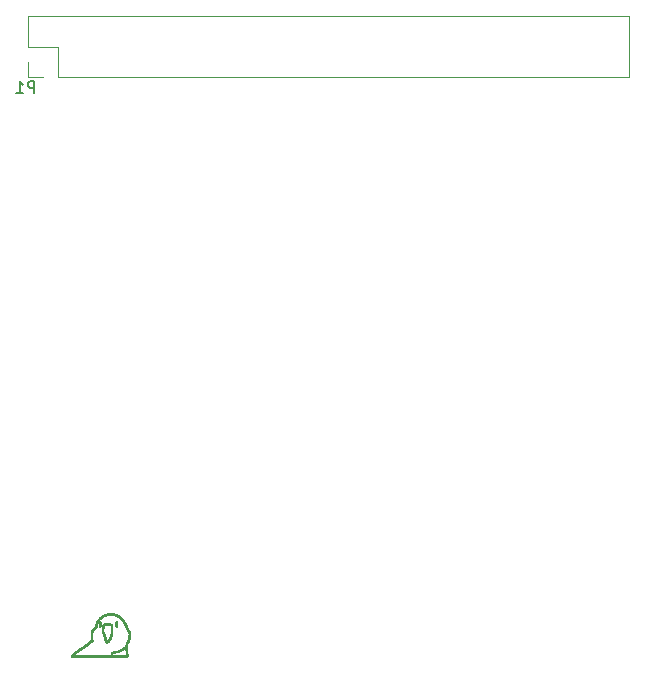
<source format=gbo>
G04 #@! TF.GenerationSoftware,KiCad,Pcbnew,(5.1.7)-1*
G04 #@! TF.CreationDate,2020-10-30T03:26:27-04:00*
G04 #@! TF.ProjectId,server-hat,73657276-6572-42d6-9861-742e6b696361,rev?*
G04 #@! TF.SameCoordinates,Original*
G04 #@! TF.FileFunction,Legend,Bot*
G04 #@! TF.FilePolarity,Positive*
%FSLAX46Y46*%
G04 Gerber Fmt 4.6, Leading zero omitted, Abs format (unit mm)*
G04 Created by KiCad (PCBNEW (5.1.7)-1) date 2020-10-30 03:26:27*
%MOMM*%
%LPD*%
G01*
G04 APERTURE LIST*
%ADD10C,0.010000*%
%ADD11C,0.120000*%
%ADD12C,0.150000*%
%ADD13C,1.500000*%
%ADD14C,2.300000*%
%ADD15C,3.250000*%
%ADD16R,1.500000X1.500000*%
%ADD17R,1.700000X1.700000*%
%ADD18O,1.700000X1.700000*%
%ADD19C,2.700000*%
G04 APERTURE END LIST*
D10*
G36*
X214036805Y-145452599D02*
G01*
X214008664Y-145453783D01*
X213978874Y-145455642D01*
X213947663Y-145458161D01*
X213915262Y-145461322D01*
X213881900Y-145465109D01*
X213847806Y-145469504D01*
X213813210Y-145474491D01*
X213806236Y-145475561D01*
X213778404Y-145480084D01*
X213752978Y-145484673D01*
X213729692Y-145489385D01*
X213708281Y-145494277D01*
X213688476Y-145499406D01*
X213670012Y-145504830D01*
X213669879Y-145504872D01*
X213661988Y-145507300D01*
X213652466Y-145510168D01*
X213642252Y-145513195D01*
X213632290Y-145516101D01*
X213627100Y-145517593D01*
X213613299Y-145521609D01*
X213600523Y-145525512D01*
X213588260Y-145529484D01*
X213575995Y-145533704D01*
X213563214Y-145538354D01*
X213549404Y-145543614D01*
X213534049Y-145549664D01*
X213521489Y-145554717D01*
X213507124Y-145560551D01*
X213494823Y-145565593D01*
X213484162Y-145570032D01*
X213474718Y-145574059D01*
X213466068Y-145577863D01*
X213457788Y-145581634D01*
X213449456Y-145585560D01*
X213440647Y-145589833D01*
X213430938Y-145594641D01*
X213419907Y-145600173D01*
X213419221Y-145600519D01*
X213373156Y-145624972D01*
X213327380Y-145651735D01*
X213282164Y-145680599D01*
X213237782Y-145711357D01*
X213194506Y-145743798D01*
X213152609Y-145777714D01*
X213112364Y-145812896D01*
X213074043Y-145849136D01*
X213037919Y-145886224D01*
X213018775Y-145907258D01*
X212991327Y-145938870D01*
X212965554Y-145969934D01*
X212941523Y-146000353D01*
X212919302Y-146030028D01*
X212898957Y-146058861D01*
X212880557Y-146086755D01*
X212864168Y-146113611D01*
X212849858Y-146139332D01*
X212837693Y-146163820D01*
X212829202Y-146183316D01*
X212826860Y-146189189D01*
X212824768Y-146194697D01*
X212822856Y-146200117D01*
X212821053Y-146205726D01*
X212819290Y-146211800D01*
X212817495Y-146218618D01*
X212815598Y-146226455D01*
X212813529Y-146235589D01*
X212811217Y-146246296D01*
X212808593Y-146258854D01*
X212805586Y-146273539D01*
X212802873Y-146286921D01*
X212800025Y-146300918D01*
X212797018Y-146315514D01*
X212793962Y-146330199D01*
X212790962Y-146344466D01*
X212788125Y-146357807D01*
X212785559Y-146369712D01*
X212783371Y-146379675D01*
X212782738Y-146382505D01*
X212778738Y-146400348D01*
X212774810Y-146418020D01*
X212771025Y-146435204D01*
X212767449Y-146451583D01*
X212764152Y-146466840D01*
X212761202Y-146480658D01*
X212758668Y-146492721D01*
X212756618Y-146502710D01*
X212755534Y-146508169D01*
X212752174Y-146524320D01*
X212748786Y-146538133D01*
X212745220Y-146549944D01*
X212741328Y-146560084D01*
X212736961Y-146568889D01*
X212731970Y-146576691D01*
X212726207Y-146583825D01*
X212719524Y-146590623D01*
X212718303Y-146591754D01*
X212714495Y-146594963D01*
X212708885Y-146599322D01*
X212701907Y-146604513D01*
X212693994Y-146610217D01*
X212685579Y-146616116D01*
X212679279Y-146620423D01*
X212670199Y-146626666D01*
X212660783Y-146633333D01*
X212651595Y-146640011D01*
X212643198Y-146646285D01*
X212636157Y-146651744D01*
X212632999Y-146654304D01*
X212614676Y-146670086D01*
X212596027Y-146687217D01*
X212577370Y-146705353D01*
X212559022Y-146724151D01*
X212541299Y-146743269D01*
X212524518Y-146762365D01*
X212508995Y-146781094D01*
X212495047Y-146799115D01*
X212482991Y-146816085D01*
X212481499Y-146818316D01*
X212476049Y-146827024D01*
X212469875Y-146837728D01*
X212463155Y-146850055D01*
X212456067Y-146863631D01*
X212448790Y-146878081D01*
X212441501Y-146893032D01*
X212434377Y-146908110D01*
X212427598Y-146922940D01*
X212421341Y-146937148D01*
X212415784Y-146950362D01*
X212411105Y-146962206D01*
X212407483Y-146972306D01*
X212406028Y-146976904D01*
X212402510Y-146989514D01*
X212398759Y-147004292D01*
X212394875Y-147020752D01*
X212390960Y-147038408D01*
X212387115Y-147056777D01*
X212383440Y-147075371D01*
X212380037Y-147093706D01*
X212377007Y-147111297D01*
X212374450Y-147127658D01*
X212373948Y-147131137D01*
X212372539Y-147142486D01*
X212371273Y-147155719D01*
X212370146Y-147170903D01*
X212369157Y-147188102D01*
X212368306Y-147207382D01*
X212367589Y-147228809D01*
X212367006Y-147252447D01*
X212366554Y-147278364D01*
X212366233Y-147306623D01*
X212366040Y-147337291D01*
X212365975Y-147370433D01*
X212366035Y-147406115D01*
X212366218Y-147444402D01*
X212366220Y-147444626D01*
X212366406Y-147472356D01*
X212366610Y-147497606D01*
X212366838Y-147520575D01*
X212367100Y-147541456D01*
X212367402Y-147560445D01*
X212367751Y-147577738D01*
X212368156Y-147593530D01*
X212368625Y-147608016D01*
X212369164Y-147621393D01*
X212369781Y-147633855D01*
X212370484Y-147645598D01*
X212371281Y-147656818D01*
X212372179Y-147667710D01*
X212373185Y-147678469D01*
X212374308Y-147689291D01*
X212375555Y-147700371D01*
X212376464Y-147708042D01*
X212377693Y-147718320D01*
X212378607Y-147726271D01*
X212379220Y-147732221D01*
X212379548Y-147736499D01*
X212379607Y-147739430D01*
X212379412Y-147741340D01*
X212378978Y-147742556D01*
X212378321Y-147743405D01*
X212378147Y-147743577D01*
X212376680Y-147744870D01*
X212373380Y-147747710D01*
X212368459Y-147751917D01*
X212362128Y-147757311D01*
X212354597Y-147763715D01*
X212346076Y-147770947D01*
X212336776Y-147778830D01*
X212327021Y-147787089D01*
X212314938Y-147797320D01*
X212301569Y-147808656D01*
X212287456Y-147820636D01*
X212273138Y-147832800D01*
X212259159Y-147844689D01*
X212246058Y-147855843D01*
X212234378Y-147865801D01*
X212232773Y-147867170D01*
X212212000Y-147884869D01*
X212192980Y-147900996D01*
X212175469Y-147915754D01*
X212159219Y-147929344D01*
X212143983Y-147941967D01*
X212129515Y-147953826D01*
X212115569Y-147965122D01*
X212101896Y-147976057D01*
X212088252Y-147986832D01*
X212074388Y-147997650D01*
X212060059Y-148008711D01*
X212053636Y-148013636D01*
X212012497Y-148044836D01*
X211970741Y-148075940D01*
X211928565Y-148106817D01*
X211886165Y-148137334D01*
X211843737Y-148167357D01*
X211801477Y-148196756D01*
X211759580Y-148225396D01*
X211718243Y-148253145D01*
X211677661Y-148279871D01*
X211638030Y-148305441D01*
X211599547Y-148329722D01*
X211562408Y-148352582D01*
X211526807Y-148373888D01*
X211492941Y-148393507D01*
X211490032Y-148395159D01*
X211452808Y-148416758D01*
X211415412Y-148439467D01*
X211377670Y-148463405D01*
X211339411Y-148488692D01*
X211300462Y-148515447D01*
X211260652Y-148543789D01*
X211219808Y-148573838D01*
X211177757Y-148605713D01*
X211134328Y-148639533D01*
X211113836Y-148655780D01*
X211073510Y-148688260D01*
X211035262Y-148719772D01*
X210998800Y-148750578D01*
X210963827Y-148780937D01*
X210930050Y-148811111D01*
X210897173Y-148841360D01*
X210864901Y-148871946D01*
X210832940Y-148903129D01*
X210822261Y-148913744D01*
X210800869Y-148935267D01*
X210781504Y-148955088D01*
X210764147Y-148973230D01*
X210748780Y-148989711D01*
X210735385Y-149004554D01*
X210723942Y-149017779D01*
X210714432Y-149029406D01*
X210706839Y-149039457D01*
X210701142Y-149047952D01*
X210699617Y-149050519D01*
X210694404Y-149062065D01*
X210690946Y-149075034D01*
X210689345Y-149088750D01*
X210689703Y-149102535D01*
X210690746Y-149109768D01*
X210693559Y-149119133D01*
X210698101Y-149127690D01*
X210703996Y-149134971D01*
X210710867Y-149140506D01*
X210718001Y-149143732D01*
X210722290Y-149144745D01*
X210727847Y-149145682D01*
X210734791Y-149146549D01*
X210743239Y-149147351D01*
X210753311Y-149148094D01*
X210765125Y-149148784D01*
X210778799Y-149149427D01*
X210794452Y-149150027D01*
X210812203Y-149150592D01*
X210832170Y-149151126D01*
X210854471Y-149151634D01*
X210879225Y-149152124D01*
X210902615Y-149152535D01*
X210910420Y-149152643D01*
X210920854Y-149152750D01*
X210933875Y-149152857D01*
X210949439Y-149152963D01*
X210967502Y-149153068D01*
X210988021Y-149153173D01*
X211010951Y-149153277D01*
X211036250Y-149153380D01*
X211063874Y-149153482D01*
X211093779Y-149153583D01*
X211125922Y-149153683D01*
X211160258Y-149153782D01*
X211196745Y-149153880D01*
X211235339Y-149153977D01*
X211275996Y-149154073D01*
X211318672Y-149154167D01*
X211363324Y-149154260D01*
X211409909Y-149154352D01*
X211458382Y-149154442D01*
X211508700Y-149154531D01*
X211560820Y-149154618D01*
X211614697Y-149154704D01*
X211670289Y-149154788D01*
X211727552Y-149154870D01*
X211786441Y-149154951D01*
X211846914Y-149155030D01*
X211908926Y-149155107D01*
X211972435Y-149155182D01*
X212037397Y-149155256D01*
X212103767Y-149155327D01*
X212171503Y-149155396D01*
X212240560Y-149155463D01*
X212310895Y-149155528D01*
X212382465Y-149155591D01*
X212455226Y-149155652D01*
X212529135Y-149155710D01*
X212604146Y-149155766D01*
X212680218Y-149155820D01*
X212757307Y-149155871D01*
X212835368Y-149155919D01*
X212914359Y-149155965D01*
X212994235Y-149156009D01*
X213074953Y-149156050D01*
X213156469Y-149156088D01*
X213238741Y-149156123D01*
X213321723Y-149156156D01*
X213405373Y-149156185D01*
X213489647Y-149156212D01*
X213574501Y-149156236D01*
X213659892Y-149156257D01*
X213745777Y-149156274D01*
X213832110Y-149156289D01*
X213918850Y-149156300D01*
X214005952Y-149156308D01*
X214085636Y-149156313D01*
X214159179Y-149156315D01*
X214230095Y-149156317D01*
X214298431Y-149156318D01*
X214364232Y-149156318D01*
X214427546Y-149156317D01*
X214488420Y-149156315D01*
X214546899Y-149156312D01*
X214603032Y-149156308D01*
X214656863Y-149156303D01*
X214708440Y-149156296D01*
X214757809Y-149156288D01*
X214805018Y-149156278D01*
X214850112Y-149156267D01*
X214893138Y-149156254D01*
X214934143Y-149156240D01*
X214973173Y-149156224D01*
X215010276Y-149156206D01*
X215045497Y-149156186D01*
X215078883Y-149156165D01*
X215110481Y-149156141D01*
X215140338Y-149156116D01*
X215168500Y-149156088D01*
X215195013Y-149156058D01*
X215219924Y-149156026D01*
X215243281Y-149155992D01*
X215265129Y-149155955D01*
X215285515Y-149155916D01*
X215304485Y-149155875D01*
X215322087Y-149155831D01*
X215338367Y-149155784D01*
X215353372Y-149155735D01*
X215367147Y-149155683D01*
X215379741Y-149155628D01*
X215391198Y-149155570D01*
X215401567Y-149155510D01*
X215410893Y-149155446D01*
X215419223Y-149155380D01*
X215426604Y-149155310D01*
X215433082Y-149155237D01*
X215438705Y-149155161D01*
X215443518Y-149155081D01*
X215447568Y-149154998D01*
X215450901Y-149154912D01*
X215453566Y-149154822D01*
X215455607Y-149154728D01*
X215457072Y-149154631D01*
X215458007Y-149154530D01*
X215458459Y-149154426D01*
X215458495Y-149154405D01*
X215461880Y-149152819D01*
X215464209Y-149152442D01*
X215466283Y-149151686D01*
X215469583Y-149149333D01*
X215474262Y-149145255D01*
X215480475Y-149139323D01*
X215483092Y-149136734D01*
X215490923Y-149128706D01*
X215496911Y-149121931D01*
X215501290Y-149115974D01*
X215504293Y-149110401D01*
X215506151Y-149104780D01*
X215507099Y-149098677D01*
X215507368Y-149091657D01*
X215507368Y-149091520D01*
X215507216Y-149087559D01*
X215506780Y-149081287D01*
X215506092Y-149073051D01*
X215505187Y-149063196D01*
X215504095Y-149052066D01*
X215502849Y-149040008D01*
X215501482Y-149027365D01*
X215500643Y-149019878D01*
X215496212Y-148980216D01*
X215492192Y-148942888D01*
X215488557Y-148907589D01*
X215485286Y-148874017D01*
X215482353Y-148841867D01*
X215479735Y-148810834D01*
X215477409Y-148780615D01*
X215475351Y-148750906D01*
X215473536Y-148721403D01*
X215471942Y-148691801D01*
X215470545Y-148661796D01*
X215469320Y-148631084D01*
X215468531Y-148608348D01*
X215468243Y-148597999D01*
X215467971Y-148585219D01*
X215467715Y-148570246D01*
X215467477Y-148553323D01*
X215467257Y-148534690D01*
X215467056Y-148514589D01*
X215466875Y-148493260D01*
X215466715Y-148470944D01*
X215466576Y-148447883D01*
X215466460Y-148424317D01*
X215466367Y-148400487D01*
X215466298Y-148376634D01*
X215466254Y-148353000D01*
X215466236Y-148329825D01*
X215466245Y-148307350D01*
X215466280Y-148285816D01*
X215466344Y-148265465D01*
X215466437Y-148246537D01*
X215466560Y-148229273D01*
X215466714Y-148213915D01*
X215466899Y-148200702D01*
X215467099Y-148190584D01*
X215467724Y-148167242D01*
X215468446Y-148146361D01*
X215469288Y-148127729D01*
X215470276Y-148111136D01*
X215471434Y-148096370D01*
X215472787Y-148083218D01*
X215474359Y-148071471D01*
X215476174Y-148060915D01*
X215478258Y-148051341D01*
X215480635Y-148042535D01*
X215483330Y-148034287D01*
X215486118Y-148026992D01*
X215488511Y-148021335D01*
X215490948Y-148016105D01*
X215493629Y-148011003D01*
X215496752Y-148005727D01*
X215500517Y-147999979D01*
X215505123Y-147993458D01*
X215510770Y-147985863D01*
X215517656Y-147976894D01*
X215525980Y-147966252D01*
X215528816Y-147962653D01*
X215542588Y-147944156D01*
X215556496Y-147923510D01*
X215570270Y-147901210D01*
X215583638Y-147877750D01*
X215596331Y-147853624D01*
X215608076Y-147829325D01*
X215618604Y-147805349D01*
X215627403Y-147782848D01*
X215629167Y-147777697D01*
X215631524Y-147770341D01*
X215634365Y-147761156D01*
X215637580Y-147750516D01*
X215641061Y-147738798D01*
X215644699Y-147726375D01*
X215648385Y-147713625D01*
X215652009Y-147700921D01*
X215655464Y-147688639D01*
X215658639Y-147677154D01*
X215661427Y-147666841D01*
X215663717Y-147658077D01*
X215664281Y-147655848D01*
X215669843Y-147632187D01*
X215675316Y-147606081D01*
X215680668Y-147577753D01*
X215685865Y-147547431D01*
X215690874Y-147515340D01*
X215695663Y-147481708D01*
X215700199Y-147446759D01*
X215704449Y-147410721D01*
X215708379Y-147373819D01*
X215711958Y-147336280D01*
X215713806Y-147314953D01*
X215716193Y-147283977D01*
X215717969Y-147255381D01*
X215718923Y-147233636D01*
X215576860Y-147233636D01*
X215576397Y-147257057D01*
X215575460Y-147280395D01*
X215574050Y-147303199D01*
X215572807Y-147318295D01*
X215572245Y-147323584D01*
X215571322Y-147331219D01*
X215570082Y-147340904D01*
X215568566Y-147352341D01*
X215566817Y-147365234D01*
X215564878Y-147379286D01*
X215562792Y-147394199D01*
X215560600Y-147409678D01*
X215558346Y-147425425D01*
X215556072Y-147441143D01*
X215553822Y-147456536D01*
X215551636Y-147471307D01*
X215549559Y-147485158D01*
X215547632Y-147497793D01*
X215545898Y-147508916D01*
X215544401Y-147518228D01*
X215543181Y-147525434D01*
X215542685Y-147528179D01*
X215538184Y-147551231D01*
X215533251Y-147574658D01*
X215527964Y-147598181D01*
X215522397Y-147621522D01*
X215516626Y-147644402D01*
X215510728Y-147666544D01*
X215504778Y-147687667D01*
X215498853Y-147707495D01*
X215493027Y-147725748D01*
X215487378Y-147742149D01*
X215481981Y-147756418D01*
X215477679Y-147766594D01*
X215471167Y-147780119D01*
X215463301Y-147794736D01*
X215453986Y-147810596D01*
X215443128Y-147827852D01*
X215430633Y-147846658D01*
X215416406Y-147867165D01*
X215410177Y-147875925D01*
X215398465Y-147892526D01*
X215388320Y-147907456D01*
X215379544Y-147921052D01*
X215371939Y-147933655D01*
X215365309Y-147945602D01*
X215359455Y-147957232D01*
X215354181Y-147968884D01*
X215349886Y-147979363D01*
X215344889Y-147992800D01*
X215340478Y-148006236D01*
X215336604Y-148019958D01*
X215333219Y-148034252D01*
X215330274Y-148049406D01*
X215327722Y-148065704D01*
X215325514Y-148083435D01*
X215323602Y-148102883D01*
X215321937Y-148124337D01*
X215320471Y-148148081D01*
X215320031Y-148156307D01*
X215318346Y-148188873D01*
X215287528Y-148216482D01*
X215251241Y-148248716D01*
X215216585Y-148278933D01*
X215183496Y-148307187D01*
X215151910Y-148333527D01*
X215121762Y-148358005D01*
X215092990Y-148380673D01*
X215065527Y-148401582D01*
X215039312Y-148420784D01*
X215014278Y-148438329D01*
X214992297Y-148453012D01*
X214985175Y-148457657D01*
X214976472Y-148463344D01*
X214966842Y-148469644D01*
X214956937Y-148476131D01*
X214947411Y-148482376D01*
X214944106Y-148484545D01*
X214922814Y-148498298D01*
X214903068Y-148510548D01*
X214884395Y-148521542D01*
X214866323Y-148531530D01*
X214848378Y-148540759D01*
X214830086Y-148549478D01*
X214810976Y-148557935D01*
X214790574Y-148566378D01*
X214780794Y-148570259D01*
X214750853Y-148581512D01*
X214720304Y-148591997D01*
X214688928Y-148601765D01*
X214656506Y-148610867D01*
X214622819Y-148619355D01*
X214587647Y-148627279D01*
X214550772Y-148634691D01*
X214511973Y-148641642D01*
X214471033Y-148648183D01*
X214427731Y-148654365D01*
X214411826Y-148656474D01*
X214388977Y-148659531D01*
X214368469Y-148662471D01*
X214349974Y-148665359D01*
X214333166Y-148668261D01*
X214317718Y-148671241D01*
X214303303Y-148674366D01*
X214289595Y-148677702D01*
X214276265Y-148681313D01*
X214262988Y-148685265D01*
X214254079Y-148688097D01*
X214225299Y-148698631D01*
X214198200Y-148711013D01*
X214172543Y-148725394D01*
X214148089Y-148741923D01*
X214124599Y-148760753D01*
X214101836Y-148782033D01*
X214096113Y-148787876D01*
X214087836Y-148796835D01*
X214081581Y-148804601D01*
X214077223Y-148811574D01*
X214074639Y-148818157D01*
X214073703Y-148824750D01*
X214074291Y-148831754D01*
X214076279Y-148839569D01*
X214078283Y-148845328D01*
X214083717Y-148856524D01*
X214091039Y-148866580D01*
X214099883Y-148875223D01*
X214109884Y-148882179D01*
X214120675Y-148887174D01*
X214131890Y-148889935D01*
X214138542Y-148890405D01*
X214145569Y-148889552D01*
X214154347Y-148887036D01*
X214164628Y-148882973D01*
X214176166Y-148877478D01*
X214188714Y-148870666D01*
X214202024Y-148862653D01*
X214212116Y-148856087D01*
X214228629Y-148845225D01*
X214243526Y-148835935D01*
X214257206Y-148828031D01*
X214270068Y-148821329D01*
X214282510Y-148815643D01*
X214294932Y-148810787D01*
X214307733Y-148806575D01*
X214321310Y-148802823D01*
X214332284Y-148800189D01*
X214339835Y-148798521D01*
X214347061Y-148797043D01*
X214354371Y-148795691D01*
X214362179Y-148794403D01*
X214370897Y-148793115D01*
X214380935Y-148791764D01*
X214392706Y-148790286D01*
X214406622Y-148788618D01*
X214410505Y-148788162D01*
X214435992Y-148785086D01*
X214459320Y-148782075D01*
X214480998Y-148779055D01*
X214501538Y-148775952D01*
X214521450Y-148772692D01*
X214540831Y-148769277D01*
X214588564Y-148759900D01*
X214635508Y-148749319D01*
X214681441Y-148737607D01*
X214726139Y-148724835D01*
X214769378Y-148711075D01*
X214810935Y-148696397D01*
X214850586Y-148680874D01*
X214888109Y-148664578D01*
X214923279Y-148647578D01*
X214926935Y-148645699D01*
X214939869Y-148638931D01*
X214951134Y-148632831D01*
X214961422Y-148626989D01*
X214971426Y-148620998D01*
X214981836Y-148614447D01*
X214993345Y-148606927D01*
X214999988Y-148602502D01*
X215007564Y-148597520D01*
X215014868Y-148592877D01*
X215021446Y-148588853D01*
X215026841Y-148585723D01*
X215030600Y-148583764D01*
X215031211Y-148583498D01*
X215036382Y-148581122D01*
X215042631Y-148577734D01*
X215050136Y-148573221D01*
X215059070Y-148567470D01*
X215069609Y-148560370D01*
X215081928Y-148551808D01*
X215093045Y-148543929D01*
X215112255Y-148530095D01*
X215131669Y-148515874D01*
X215151027Y-148501466D01*
X215170071Y-148487073D01*
X215188541Y-148472897D01*
X215206177Y-148459137D01*
X215222721Y-148445996D01*
X215237914Y-148433675D01*
X215251494Y-148422374D01*
X215263205Y-148412296D01*
X215266736Y-148409163D01*
X215272866Y-148403805D01*
X215278866Y-148398788D01*
X215284225Y-148394525D01*
X215288429Y-148391427D01*
X215290131Y-148390331D01*
X215296463Y-148387380D01*
X215301831Y-148386525D01*
X215306333Y-148387862D01*
X215310070Y-148391482D01*
X215313142Y-148397478D01*
X215315648Y-148405945D01*
X215317517Y-148415842D01*
X215317803Y-148418858D01*
X215318118Y-148424257D01*
X215318452Y-148431751D01*
X215318796Y-148441050D01*
X215319141Y-148451865D01*
X215319476Y-148463906D01*
X215319791Y-148476884D01*
X215320078Y-148490510D01*
X215320158Y-148494716D01*
X215320956Y-148531810D01*
X215321983Y-148569055D01*
X215323223Y-148606230D01*
X215324665Y-148643111D01*
X215326295Y-148679475D01*
X215328100Y-148715099D01*
X215330067Y-148749759D01*
X215332183Y-148783232D01*
X215334434Y-148815296D01*
X215336808Y-148845727D01*
X215339291Y-148874302D01*
X215341871Y-148900798D01*
X215344533Y-148924991D01*
X215346334Y-148939619D01*
X215347148Y-148947430D01*
X215347739Y-148956177D01*
X215348101Y-148965286D01*
X215348229Y-148974186D01*
X215348116Y-148982307D01*
X215347755Y-148989076D01*
X215347142Y-148993922D01*
X215346915Y-148994890D01*
X215345069Y-148998870D01*
X215342489Y-149000536D01*
X215339743Y-149000889D01*
X215334374Y-149001236D01*
X215326431Y-149001578D01*
X215315966Y-149001915D01*
X215303027Y-149002245D01*
X215287666Y-149002570D01*
X215269932Y-149002888D01*
X215249876Y-149003200D01*
X215227548Y-149003506D01*
X215202997Y-149003805D01*
X215176275Y-149004098D01*
X215147432Y-149004384D01*
X215116517Y-149004663D01*
X215083581Y-149004935D01*
X215048673Y-149005200D01*
X215011845Y-149005458D01*
X214973147Y-149005709D01*
X214932628Y-149005951D01*
X214890338Y-149006187D01*
X214846329Y-149006414D01*
X214800650Y-149006634D01*
X214753351Y-149006845D01*
X214704482Y-149007049D01*
X214654094Y-149007244D01*
X214602237Y-149007430D01*
X214548962Y-149007608D01*
X214494317Y-149007778D01*
X214438354Y-149007938D01*
X214381123Y-149008090D01*
X214322673Y-149008233D01*
X214263056Y-149008366D01*
X214202320Y-149008490D01*
X214140518Y-149008605D01*
X214077697Y-149008710D01*
X214013910Y-149008805D01*
X213949205Y-149008891D01*
X213883634Y-149008966D01*
X213817246Y-149009032D01*
X213750092Y-149009087D01*
X213682221Y-149009132D01*
X213613685Y-149009166D01*
X213544532Y-149009190D01*
X213474814Y-149009203D01*
X213404580Y-149009205D01*
X213333881Y-149009196D01*
X213262767Y-149009176D01*
X213191288Y-149009145D01*
X213119494Y-149009102D01*
X213047436Y-149009048D01*
X212975164Y-149008982D01*
X212902727Y-149008905D01*
X212830176Y-149008815D01*
X212757562Y-149008714D01*
X212684933Y-149008600D01*
X212612342Y-149008474D01*
X212539837Y-149008336D01*
X212467470Y-149008185D01*
X212415921Y-149008069D01*
X212328869Y-149007862D01*
X212244490Y-149007647D01*
X212162785Y-149007425D01*
X212083754Y-149007195D01*
X212007396Y-149006958D01*
X211933712Y-149006714D01*
X211862701Y-149006462D01*
X211794365Y-149006203D01*
X211728701Y-149005937D01*
X211665712Y-149005663D01*
X211605396Y-149005382D01*
X211547753Y-149005094D01*
X211492784Y-149004798D01*
X211440489Y-149004495D01*
X211390868Y-149004185D01*
X211343920Y-149003867D01*
X211299646Y-149003542D01*
X211258045Y-149003209D01*
X211219118Y-149002870D01*
X211182865Y-149002523D01*
X211149285Y-149002168D01*
X211118379Y-149001806D01*
X211090146Y-149001437D01*
X211064588Y-149001060D01*
X211041703Y-149000677D01*
X211021491Y-149000285D01*
X211003953Y-148999887D01*
X210989089Y-148999481D01*
X210976899Y-148999067D01*
X210967382Y-148998647D01*
X210960539Y-148998219D01*
X210956369Y-148997783D01*
X210954906Y-148997389D01*
X210954756Y-148995965D01*
X210956082Y-148993354D01*
X210958966Y-148989462D01*
X210963488Y-148984196D01*
X210969732Y-148977464D01*
X210977778Y-148969170D01*
X210987707Y-148959224D01*
X210991764Y-148955215D01*
X211010689Y-148936887D01*
X211031408Y-148917398D01*
X211053511Y-148897105D01*
X211076590Y-148876365D01*
X211100237Y-148855536D01*
X211124045Y-148834974D01*
X211147603Y-148815037D01*
X211170505Y-148796081D01*
X211192341Y-148778463D01*
X211207415Y-148766621D01*
X211220688Y-148756416D01*
X211235051Y-148745530D01*
X211250321Y-148734092D01*
X211266315Y-148722233D01*
X211282849Y-148710082D01*
X211299739Y-148697770D01*
X211316802Y-148685427D01*
X211333854Y-148673183D01*
X211350712Y-148661168D01*
X211367193Y-148649511D01*
X211383111Y-148638343D01*
X211398285Y-148627795D01*
X211412531Y-148617995D01*
X211425664Y-148609075D01*
X211437502Y-148601164D01*
X211447860Y-148594392D01*
X211456556Y-148588889D01*
X211463405Y-148584785D01*
X211466495Y-148583079D01*
X211470433Y-148580950D01*
X211474569Y-148578579D01*
X211479164Y-148575795D01*
X211484476Y-148572430D01*
X211490767Y-148568315D01*
X211498295Y-148563280D01*
X211507320Y-148557157D01*
X211518102Y-148549776D01*
X211526252Y-148544171D01*
X211534411Y-148538655D01*
X211542786Y-148533173D01*
X211550807Y-148528086D01*
X211557901Y-148523755D01*
X211563497Y-148520541D01*
X211564352Y-148520083D01*
X211569402Y-148517327D01*
X211576324Y-148513403D01*
X211585166Y-148508282D01*
X211595972Y-148501938D01*
X211608788Y-148494344D01*
X211623659Y-148485472D01*
X211640632Y-148475295D01*
X211659752Y-148463786D01*
X211681063Y-148450919D01*
X211699373Y-148439840D01*
X211714269Y-148430682D01*
X211731074Y-148420105D01*
X211749543Y-148408277D01*
X211769429Y-148395362D01*
X211790489Y-148381526D01*
X211812477Y-148366935D01*
X211835147Y-148351755D01*
X211858255Y-148336152D01*
X211881555Y-148320291D01*
X211904802Y-148304339D01*
X211927751Y-148288460D01*
X211950157Y-148272822D01*
X211971774Y-148257590D01*
X211992357Y-148242929D01*
X212011661Y-148229006D01*
X212018210Y-148224235D01*
X212050417Y-148200417D01*
X212084300Y-148174804D01*
X212119687Y-148147532D01*
X212156408Y-148118740D01*
X212194290Y-148088563D01*
X212233163Y-148057141D01*
X212272855Y-148024610D01*
X212313196Y-147991108D01*
X212354013Y-147956772D01*
X212392109Y-147924333D01*
X212411300Y-147907836D01*
X212428522Y-147892892D01*
X212443891Y-147879376D01*
X212457522Y-147867168D01*
X212469531Y-147856145D01*
X212480035Y-147846185D01*
X212489148Y-147837166D01*
X212496987Y-147828965D01*
X212503667Y-147821460D01*
X212509304Y-147814530D01*
X212514015Y-147808051D01*
X212517914Y-147801903D01*
X212521117Y-147795962D01*
X212523742Y-147790106D01*
X212525902Y-147784214D01*
X212526420Y-147782601D01*
X212528462Y-147773476D01*
X212529383Y-147762618D01*
X212529179Y-147749858D01*
X212527847Y-147735027D01*
X212525384Y-147717956D01*
X212525154Y-147716579D01*
X212523552Y-147706296D01*
X212521950Y-147694588D01*
X212520494Y-147682627D01*
X212519331Y-147671581D01*
X212518934Y-147667116D01*
X212517514Y-147648283D01*
X212516146Y-147627092D01*
X212514840Y-147603858D01*
X212513607Y-147578897D01*
X212512457Y-147552524D01*
X212511401Y-147525054D01*
X212510449Y-147496803D01*
X212509612Y-147468086D01*
X212508900Y-147439219D01*
X212508325Y-147410516D01*
X212507896Y-147382294D01*
X212507624Y-147354867D01*
X212507521Y-147328551D01*
X212507520Y-147326984D01*
X212507615Y-147301793D01*
X212507933Y-147278846D01*
X212508512Y-147257719D01*
X212509384Y-147237989D01*
X212510587Y-147219234D01*
X212512155Y-147201029D01*
X212514123Y-147182951D01*
X212516526Y-147164577D01*
X212519401Y-147145485D01*
X212522782Y-147125250D01*
X212525669Y-147109079D01*
X212529710Y-147087835D01*
X212533671Y-147068910D01*
X212537642Y-147051956D01*
X212541714Y-147036624D01*
X212545977Y-147022566D01*
X212550522Y-147009432D01*
X212553792Y-147000921D01*
X212569318Y-146965650D01*
X212587151Y-146931711D01*
X212607235Y-146899182D01*
X212629517Y-146868138D01*
X212653944Y-146838655D01*
X212680460Y-146810810D01*
X212704010Y-146789002D01*
X212714742Y-146779743D01*
X212724908Y-146771271D01*
X212734964Y-146763240D01*
X212745369Y-146755301D01*
X212756581Y-146747108D01*
X212769058Y-146738313D01*
X212783257Y-146728568D01*
X212786959Y-146726058D01*
X212804022Y-146714410D01*
X212818873Y-146704050D01*
X212831606Y-146694907D01*
X212842311Y-146686911D01*
X212851080Y-146679992D01*
X212858007Y-146674079D01*
X212863182Y-146669102D01*
X212866441Y-146665335D01*
X212867488Y-146663456D01*
X212868717Y-146660280D01*
X212870158Y-146655676D01*
X212871843Y-146649511D01*
X212873803Y-146641651D01*
X212876068Y-146631963D01*
X212878669Y-146620315D01*
X212881638Y-146606575D01*
X212885007Y-146590608D01*
X212888804Y-146572282D01*
X212893063Y-146551464D01*
X212893168Y-146550948D01*
X212895445Y-146539887D01*
X212898112Y-146527153D01*
X212901119Y-146512974D01*
X212904414Y-146497578D01*
X212907948Y-146481195D01*
X212911668Y-146464053D01*
X212915525Y-146446382D01*
X212919468Y-146428409D01*
X212923446Y-146410364D01*
X212927408Y-146392475D01*
X212931303Y-146374972D01*
X212935081Y-146358083D01*
X212938691Y-146342037D01*
X212942082Y-146327063D01*
X212945204Y-146313389D01*
X212948005Y-146301245D01*
X212950434Y-146290859D01*
X212952442Y-146282459D01*
X212953977Y-146276276D01*
X212954780Y-146273258D01*
X212959443Y-146257627D01*
X212964450Y-146242796D01*
X212969953Y-146228492D01*
X212976102Y-146214441D01*
X212983047Y-146200370D01*
X212990938Y-146186004D01*
X212999925Y-146171071D01*
X213010159Y-146155295D01*
X213021791Y-146138403D01*
X213034970Y-146120122D01*
X213049654Y-146100432D01*
X213081435Y-146060304D01*
X213115622Y-146020771D01*
X213151973Y-145982042D01*
X213190250Y-145944332D01*
X213230210Y-145907853D01*
X213271615Y-145872817D01*
X213314222Y-145839436D01*
X213357791Y-145807923D01*
X213402082Y-145778491D01*
X213441279Y-145754589D01*
X213483058Y-145731590D01*
X213526837Y-145710213D01*
X213572446Y-145690513D01*
X213619718Y-145672544D01*
X213668487Y-145656361D01*
X213718583Y-145642018D01*
X213769841Y-145629569D01*
X213822091Y-145619070D01*
X213875167Y-145610575D01*
X213889789Y-145608610D01*
X213914747Y-145605600D01*
X213938576Y-145603182D01*
X213961937Y-145601314D01*
X213985492Y-145599958D01*
X214009903Y-145599073D01*
X214035830Y-145598618D01*
X214055558Y-145598534D01*
X214096988Y-145599106D01*
X214136451Y-145600819D01*
X214174427Y-145603730D01*
X214211394Y-145607897D01*
X214247829Y-145613379D01*
X214284211Y-145620232D01*
X214321020Y-145628516D01*
X214337631Y-145632669D01*
X214356247Y-145637458D01*
X214372466Y-145641632D01*
X214386479Y-145645246D01*
X214398477Y-145648354D01*
X214408652Y-145651014D01*
X214417193Y-145653280D01*
X214424294Y-145655208D01*
X214430143Y-145656853D01*
X214434933Y-145658272D01*
X214438855Y-145659519D01*
X214442099Y-145660651D01*
X214444857Y-145661722D01*
X214447320Y-145662789D01*
X214449678Y-145663906D01*
X214452124Y-145665130D01*
X214454847Y-145666516D01*
X214455942Y-145667069D01*
X214460187Y-145669068D01*
X214466444Y-145671821D01*
X214474227Y-145675127D01*
X214483054Y-145678782D01*
X214492439Y-145682581D01*
X214499389Y-145685338D01*
X214523720Y-145695294D01*
X214547141Y-145705716D01*
X214570082Y-145716833D01*
X214592971Y-145728875D01*
X214616239Y-145742071D01*
X214640313Y-145756651D01*
X214665625Y-145772844D01*
X214676521Y-145780044D01*
X214708623Y-145802099D01*
X214740627Y-145825380D01*
X214772285Y-145849667D01*
X214803346Y-145874739D01*
X214833562Y-145900374D01*
X214862683Y-145926354D01*
X214890460Y-145952457D01*
X214916644Y-145978462D01*
X214940986Y-146004149D01*
X214963237Y-146029297D01*
X214977295Y-146046290D01*
X214992717Y-146065905D01*
X215008927Y-146087261D01*
X215025661Y-146109969D01*
X215042650Y-146133640D01*
X215059627Y-146157885D01*
X215076325Y-146182315D01*
X215092478Y-146206542D01*
X215107817Y-146230175D01*
X215122076Y-146252827D01*
X215134988Y-146274108D01*
X215142090Y-146286253D01*
X215151759Y-146303407D01*
X215162345Y-146322830D01*
X215173754Y-146344317D01*
X215185888Y-146367664D01*
X215198650Y-146392667D01*
X215211944Y-146419119D01*
X215225673Y-146446818D01*
X215239741Y-146475558D01*
X215254050Y-146505134D01*
X215268505Y-146535343D01*
X215283007Y-146565979D01*
X215297462Y-146596839D01*
X215311771Y-146627716D01*
X215325838Y-146658408D01*
X215339568Y-146688709D01*
X215352862Y-146718414D01*
X215365624Y-146747319D01*
X215377758Y-146775220D01*
X215389166Y-146801912D01*
X215399753Y-146827190D01*
X215409421Y-146850850D01*
X215412188Y-146857753D01*
X215418283Y-146873163D01*
X215423423Y-146886472D01*
X215427726Y-146898029D01*
X215431311Y-146908181D01*
X215434295Y-146917276D01*
X215436796Y-146925663D01*
X215438933Y-146933690D01*
X215440823Y-146941704D01*
X215441086Y-146942895D01*
X215442289Y-146945831D01*
X215444910Y-146949944D01*
X215449032Y-146955330D01*
X215454736Y-146962083D01*
X215462103Y-146970297D01*
X215471215Y-146980065D01*
X215482153Y-146991483D01*
X215491230Y-147000802D01*
X215505239Y-147015219D01*
X215517426Y-147028054D01*
X215527933Y-147039538D01*
X215536903Y-147049902D01*
X215544479Y-147059377D01*
X215550805Y-147068193D01*
X215556023Y-147076581D01*
X215560278Y-147084771D01*
X215563711Y-147092994D01*
X215566466Y-147101481D01*
X215568687Y-147110462D01*
X215570516Y-147120168D01*
X215572097Y-147130828D01*
X215572138Y-147131137D01*
X215574016Y-147148181D01*
X215575428Y-147167405D01*
X215576374Y-147188357D01*
X215576852Y-147210585D01*
X215576860Y-147233636D01*
X215718923Y-147233636D01*
X215719130Y-147228941D01*
X215719673Y-147204433D01*
X215719595Y-147181635D01*
X215718892Y-147160321D01*
X215717561Y-147140268D01*
X215715599Y-147121252D01*
X215713002Y-147103051D01*
X215710378Y-147088485D01*
X215705557Y-147067170D01*
X215699659Y-147046999D01*
X215692522Y-147027673D01*
X215683983Y-147008895D01*
X215673881Y-146990367D01*
X215662053Y-146971790D01*
X215648336Y-146952866D01*
X215632569Y-146933298D01*
X215614993Y-146913232D01*
X215603217Y-146900110D01*
X215593113Y-146888480D01*
X215584444Y-146877962D01*
X215576975Y-146868172D01*
X215570472Y-146858728D01*
X215564699Y-146849250D01*
X215559421Y-146839354D01*
X215554402Y-146828658D01*
X215549407Y-146816781D01*
X215544202Y-146803340D01*
X215539533Y-146790669D01*
X215533808Y-146775114D01*
X215528198Y-146760376D01*
X215522427Y-146745761D01*
X215516217Y-146730575D01*
X215509291Y-146714122D01*
X215504385Y-146702679D01*
X215501230Y-146695252D01*
X215498266Y-146688069D01*
X215495744Y-146681757D01*
X215493918Y-146676944D01*
X215493337Y-146675274D01*
X215491548Y-146670283D01*
X215488797Y-146663253D01*
X215485248Y-146654567D01*
X215481065Y-146644612D01*
X215476413Y-146633772D01*
X215471454Y-146622433D01*
X215466353Y-146610981D01*
X215461273Y-146599799D01*
X215460939Y-146599074D01*
X215456857Y-146590151D01*
X215452066Y-146579595D01*
X215446933Y-146568222D01*
X215441825Y-146556846D01*
X215437111Y-146546283D01*
X215436214Y-146544263D01*
X215427879Y-146525839D01*
X215418328Y-146505364D01*
X215407692Y-146483098D01*
X215396101Y-146459299D01*
X215383686Y-146434228D01*
X215370580Y-146408142D01*
X215356911Y-146381300D01*
X215342813Y-146353963D01*
X215328415Y-146326388D01*
X215313849Y-146298836D01*
X215299245Y-146271564D01*
X215285089Y-146245479D01*
X215275349Y-146227722D01*
X215266684Y-146212076D01*
X215258942Y-146198278D01*
X215251967Y-146186066D01*
X215245606Y-146175175D01*
X215239705Y-146165343D01*
X215234109Y-146156307D01*
X215228666Y-146147804D01*
X215223221Y-146139570D01*
X215222421Y-146138382D01*
X215218554Y-146132519D01*
X215215148Y-146127120D01*
X215212542Y-146122735D01*
X215211072Y-146119915D01*
X215210972Y-146119666D01*
X215209627Y-146115982D01*
X215207960Y-146111345D01*
X215207369Y-146109687D01*
X215205276Y-146105141D01*
X215201636Y-146098787D01*
X215196621Y-146090870D01*
X215190400Y-146081631D01*
X215183144Y-146071315D01*
X215175022Y-146060165D01*
X215166206Y-146048423D01*
X215156864Y-146036333D01*
X215149928Y-146027574D01*
X215112718Y-145982112D01*
X215075833Y-145939161D01*
X215039152Y-145898594D01*
X215002555Y-145860286D01*
X214965918Y-145824112D01*
X214929121Y-145789946D01*
X214892042Y-145757661D01*
X214875042Y-145743558D01*
X214829173Y-145707590D01*
X214782740Y-145674194D01*
X214735612Y-145643304D01*
X214687657Y-145614853D01*
X214638746Y-145588775D01*
X214588746Y-145565003D01*
X214537527Y-145543472D01*
X214484958Y-145524114D01*
X214430908Y-145506863D01*
X214380410Y-145492963D01*
X214352593Y-145486349D01*
X214322510Y-145480111D01*
X214290552Y-145474305D01*
X214257110Y-145468988D01*
X214222572Y-145464218D01*
X214187328Y-145460050D01*
X214151769Y-145456543D01*
X214116283Y-145453753D01*
X214109031Y-145453274D01*
X214087218Y-145452328D01*
X214063066Y-145452108D01*
X214036805Y-145452599D01*
G37*
X214036805Y-145452599D02*
X214008664Y-145453783D01*
X213978874Y-145455642D01*
X213947663Y-145458161D01*
X213915262Y-145461322D01*
X213881900Y-145465109D01*
X213847806Y-145469504D01*
X213813210Y-145474491D01*
X213806236Y-145475561D01*
X213778404Y-145480084D01*
X213752978Y-145484673D01*
X213729692Y-145489385D01*
X213708281Y-145494277D01*
X213688476Y-145499406D01*
X213670012Y-145504830D01*
X213669879Y-145504872D01*
X213661988Y-145507300D01*
X213652466Y-145510168D01*
X213642252Y-145513195D01*
X213632290Y-145516101D01*
X213627100Y-145517593D01*
X213613299Y-145521609D01*
X213600523Y-145525512D01*
X213588260Y-145529484D01*
X213575995Y-145533704D01*
X213563214Y-145538354D01*
X213549404Y-145543614D01*
X213534049Y-145549664D01*
X213521489Y-145554717D01*
X213507124Y-145560551D01*
X213494823Y-145565593D01*
X213484162Y-145570032D01*
X213474718Y-145574059D01*
X213466068Y-145577863D01*
X213457788Y-145581634D01*
X213449456Y-145585560D01*
X213440647Y-145589833D01*
X213430938Y-145594641D01*
X213419907Y-145600173D01*
X213419221Y-145600519D01*
X213373156Y-145624972D01*
X213327380Y-145651735D01*
X213282164Y-145680599D01*
X213237782Y-145711357D01*
X213194506Y-145743798D01*
X213152609Y-145777714D01*
X213112364Y-145812896D01*
X213074043Y-145849136D01*
X213037919Y-145886224D01*
X213018775Y-145907258D01*
X212991327Y-145938870D01*
X212965554Y-145969934D01*
X212941523Y-146000353D01*
X212919302Y-146030028D01*
X212898957Y-146058861D01*
X212880557Y-146086755D01*
X212864168Y-146113611D01*
X212849858Y-146139332D01*
X212837693Y-146163820D01*
X212829202Y-146183316D01*
X212826860Y-146189189D01*
X212824768Y-146194697D01*
X212822856Y-146200117D01*
X212821053Y-146205726D01*
X212819290Y-146211800D01*
X212817495Y-146218618D01*
X212815598Y-146226455D01*
X212813529Y-146235589D01*
X212811217Y-146246296D01*
X212808593Y-146258854D01*
X212805586Y-146273539D01*
X212802873Y-146286921D01*
X212800025Y-146300918D01*
X212797018Y-146315514D01*
X212793962Y-146330199D01*
X212790962Y-146344466D01*
X212788125Y-146357807D01*
X212785559Y-146369712D01*
X212783371Y-146379675D01*
X212782738Y-146382505D01*
X212778738Y-146400348D01*
X212774810Y-146418020D01*
X212771025Y-146435204D01*
X212767449Y-146451583D01*
X212764152Y-146466840D01*
X212761202Y-146480658D01*
X212758668Y-146492721D01*
X212756618Y-146502710D01*
X212755534Y-146508169D01*
X212752174Y-146524320D01*
X212748786Y-146538133D01*
X212745220Y-146549944D01*
X212741328Y-146560084D01*
X212736961Y-146568889D01*
X212731970Y-146576691D01*
X212726207Y-146583825D01*
X212719524Y-146590623D01*
X212718303Y-146591754D01*
X212714495Y-146594963D01*
X212708885Y-146599322D01*
X212701907Y-146604513D01*
X212693994Y-146610217D01*
X212685579Y-146616116D01*
X212679279Y-146620423D01*
X212670199Y-146626666D01*
X212660783Y-146633333D01*
X212651595Y-146640011D01*
X212643198Y-146646285D01*
X212636157Y-146651744D01*
X212632999Y-146654304D01*
X212614676Y-146670086D01*
X212596027Y-146687217D01*
X212577370Y-146705353D01*
X212559022Y-146724151D01*
X212541299Y-146743269D01*
X212524518Y-146762365D01*
X212508995Y-146781094D01*
X212495047Y-146799115D01*
X212482991Y-146816085D01*
X212481499Y-146818316D01*
X212476049Y-146827024D01*
X212469875Y-146837728D01*
X212463155Y-146850055D01*
X212456067Y-146863631D01*
X212448790Y-146878081D01*
X212441501Y-146893032D01*
X212434377Y-146908110D01*
X212427598Y-146922940D01*
X212421341Y-146937148D01*
X212415784Y-146950362D01*
X212411105Y-146962206D01*
X212407483Y-146972306D01*
X212406028Y-146976904D01*
X212402510Y-146989514D01*
X212398759Y-147004292D01*
X212394875Y-147020752D01*
X212390960Y-147038408D01*
X212387115Y-147056777D01*
X212383440Y-147075371D01*
X212380037Y-147093706D01*
X212377007Y-147111297D01*
X212374450Y-147127658D01*
X212373948Y-147131137D01*
X212372539Y-147142486D01*
X212371273Y-147155719D01*
X212370146Y-147170903D01*
X212369157Y-147188102D01*
X212368306Y-147207382D01*
X212367589Y-147228809D01*
X212367006Y-147252447D01*
X212366554Y-147278364D01*
X212366233Y-147306623D01*
X212366040Y-147337291D01*
X212365975Y-147370433D01*
X212366035Y-147406115D01*
X212366218Y-147444402D01*
X212366220Y-147444626D01*
X212366406Y-147472356D01*
X212366610Y-147497606D01*
X212366838Y-147520575D01*
X212367100Y-147541456D01*
X212367402Y-147560445D01*
X212367751Y-147577738D01*
X212368156Y-147593530D01*
X212368625Y-147608016D01*
X212369164Y-147621393D01*
X212369781Y-147633855D01*
X212370484Y-147645598D01*
X212371281Y-147656818D01*
X212372179Y-147667710D01*
X212373185Y-147678469D01*
X212374308Y-147689291D01*
X212375555Y-147700371D01*
X212376464Y-147708042D01*
X212377693Y-147718320D01*
X212378607Y-147726271D01*
X212379220Y-147732221D01*
X212379548Y-147736499D01*
X212379607Y-147739430D01*
X212379412Y-147741340D01*
X212378978Y-147742556D01*
X212378321Y-147743405D01*
X212378147Y-147743577D01*
X212376680Y-147744870D01*
X212373380Y-147747710D01*
X212368459Y-147751917D01*
X212362128Y-147757311D01*
X212354597Y-147763715D01*
X212346076Y-147770947D01*
X212336776Y-147778830D01*
X212327021Y-147787089D01*
X212314938Y-147797320D01*
X212301569Y-147808656D01*
X212287456Y-147820636D01*
X212273138Y-147832800D01*
X212259159Y-147844689D01*
X212246058Y-147855843D01*
X212234378Y-147865801D01*
X212232773Y-147867170D01*
X212212000Y-147884869D01*
X212192980Y-147900996D01*
X212175469Y-147915754D01*
X212159219Y-147929344D01*
X212143983Y-147941967D01*
X212129515Y-147953826D01*
X212115569Y-147965122D01*
X212101896Y-147976057D01*
X212088252Y-147986832D01*
X212074388Y-147997650D01*
X212060059Y-148008711D01*
X212053636Y-148013636D01*
X212012497Y-148044836D01*
X211970741Y-148075940D01*
X211928565Y-148106817D01*
X211886165Y-148137334D01*
X211843737Y-148167357D01*
X211801477Y-148196756D01*
X211759580Y-148225396D01*
X211718243Y-148253145D01*
X211677661Y-148279871D01*
X211638030Y-148305441D01*
X211599547Y-148329722D01*
X211562408Y-148352582D01*
X211526807Y-148373888D01*
X211492941Y-148393507D01*
X211490032Y-148395159D01*
X211452808Y-148416758D01*
X211415412Y-148439467D01*
X211377670Y-148463405D01*
X211339411Y-148488692D01*
X211300462Y-148515447D01*
X211260652Y-148543789D01*
X211219808Y-148573838D01*
X211177757Y-148605713D01*
X211134328Y-148639533D01*
X211113836Y-148655780D01*
X211073510Y-148688260D01*
X211035262Y-148719772D01*
X210998800Y-148750578D01*
X210963827Y-148780937D01*
X210930050Y-148811111D01*
X210897173Y-148841360D01*
X210864901Y-148871946D01*
X210832940Y-148903129D01*
X210822261Y-148913744D01*
X210800869Y-148935267D01*
X210781504Y-148955088D01*
X210764147Y-148973230D01*
X210748780Y-148989711D01*
X210735385Y-149004554D01*
X210723942Y-149017779D01*
X210714432Y-149029406D01*
X210706839Y-149039457D01*
X210701142Y-149047952D01*
X210699617Y-149050519D01*
X210694404Y-149062065D01*
X210690946Y-149075034D01*
X210689345Y-149088750D01*
X210689703Y-149102535D01*
X210690746Y-149109768D01*
X210693559Y-149119133D01*
X210698101Y-149127690D01*
X210703996Y-149134971D01*
X210710867Y-149140506D01*
X210718001Y-149143732D01*
X210722290Y-149144745D01*
X210727847Y-149145682D01*
X210734791Y-149146549D01*
X210743239Y-149147351D01*
X210753311Y-149148094D01*
X210765125Y-149148784D01*
X210778799Y-149149427D01*
X210794452Y-149150027D01*
X210812203Y-149150592D01*
X210832170Y-149151126D01*
X210854471Y-149151634D01*
X210879225Y-149152124D01*
X210902615Y-149152535D01*
X210910420Y-149152643D01*
X210920854Y-149152750D01*
X210933875Y-149152857D01*
X210949439Y-149152963D01*
X210967502Y-149153068D01*
X210988021Y-149153173D01*
X211010951Y-149153277D01*
X211036250Y-149153380D01*
X211063874Y-149153482D01*
X211093779Y-149153583D01*
X211125922Y-149153683D01*
X211160258Y-149153782D01*
X211196745Y-149153880D01*
X211235339Y-149153977D01*
X211275996Y-149154073D01*
X211318672Y-149154167D01*
X211363324Y-149154260D01*
X211409909Y-149154352D01*
X211458382Y-149154442D01*
X211508700Y-149154531D01*
X211560820Y-149154618D01*
X211614697Y-149154704D01*
X211670289Y-149154788D01*
X211727552Y-149154870D01*
X211786441Y-149154951D01*
X211846914Y-149155030D01*
X211908926Y-149155107D01*
X211972435Y-149155182D01*
X212037397Y-149155256D01*
X212103767Y-149155327D01*
X212171503Y-149155396D01*
X212240560Y-149155463D01*
X212310895Y-149155528D01*
X212382465Y-149155591D01*
X212455226Y-149155652D01*
X212529135Y-149155710D01*
X212604146Y-149155766D01*
X212680218Y-149155820D01*
X212757307Y-149155871D01*
X212835368Y-149155919D01*
X212914359Y-149155965D01*
X212994235Y-149156009D01*
X213074953Y-149156050D01*
X213156469Y-149156088D01*
X213238741Y-149156123D01*
X213321723Y-149156156D01*
X213405373Y-149156185D01*
X213489647Y-149156212D01*
X213574501Y-149156236D01*
X213659892Y-149156257D01*
X213745777Y-149156274D01*
X213832110Y-149156289D01*
X213918850Y-149156300D01*
X214005952Y-149156308D01*
X214085636Y-149156313D01*
X214159179Y-149156315D01*
X214230095Y-149156317D01*
X214298431Y-149156318D01*
X214364232Y-149156318D01*
X214427546Y-149156317D01*
X214488420Y-149156315D01*
X214546899Y-149156312D01*
X214603032Y-149156308D01*
X214656863Y-149156303D01*
X214708440Y-149156296D01*
X214757809Y-149156288D01*
X214805018Y-149156278D01*
X214850112Y-149156267D01*
X214893138Y-149156254D01*
X214934143Y-149156240D01*
X214973173Y-149156224D01*
X215010276Y-149156206D01*
X215045497Y-149156186D01*
X215078883Y-149156165D01*
X215110481Y-149156141D01*
X215140338Y-149156116D01*
X215168500Y-149156088D01*
X215195013Y-149156058D01*
X215219924Y-149156026D01*
X215243281Y-149155992D01*
X215265129Y-149155955D01*
X215285515Y-149155916D01*
X215304485Y-149155875D01*
X215322087Y-149155831D01*
X215338367Y-149155784D01*
X215353372Y-149155735D01*
X215367147Y-149155683D01*
X215379741Y-149155628D01*
X215391198Y-149155570D01*
X215401567Y-149155510D01*
X215410893Y-149155446D01*
X215419223Y-149155380D01*
X215426604Y-149155310D01*
X215433082Y-149155237D01*
X215438705Y-149155161D01*
X215443518Y-149155081D01*
X215447568Y-149154998D01*
X215450901Y-149154912D01*
X215453566Y-149154822D01*
X215455607Y-149154728D01*
X215457072Y-149154631D01*
X215458007Y-149154530D01*
X215458459Y-149154426D01*
X215458495Y-149154405D01*
X215461880Y-149152819D01*
X215464209Y-149152442D01*
X215466283Y-149151686D01*
X215469583Y-149149333D01*
X215474262Y-149145255D01*
X215480475Y-149139323D01*
X215483092Y-149136734D01*
X215490923Y-149128706D01*
X215496911Y-149121931D01*
X215501290Y-149115974D01*
X215504293Y-149110401D01*
X215506151Y-149104780D01*
X215507099Y-149098677D01*
X215507368Y-149091657D01*
X215507368Y-149091520D01*
X215507216Y-149087559D01*
X215506780Y-149081287D01*
X215506092Y-149073051D01*
X215505187Y-149063196D01*
X215504095Y-149052066D01*
X215502849Y-149040008D01*
X215501482Y-149027365D01*
X215500643Y-149019878D01*
X215496212Y-148980216D01*
X215492192Y-148942888D01*
X215488557Y-148907589D01*
X215485286Y-148874017D01*
X215482353Y-148841867D01*
X215479735Y-148810834D01*
X215477409Y-148780615D01*
X215475351Y-148750906D01*
X215473536Y-148721403D01*
X215471942Y-148691801D01*
X215470545Y-148661796D01*
X215469320Y-148631084D01*
X215468531Y-148608348D01*
X215468243Y-148597999D01*
X215467971Y-148585219D01*
X215467715Y-148570246D01*
X215467477Y-148553323D01*
X215467257Y-148534690D01*
X215467056Y-148514589D01*
X215466875Y-148493260D01*
X215466715Y-148470944D01*
X215466576Y-148447883D01*
X215466460Y-148424317D01*
X215466367Y-148400487D01*
X215466298Y-148376634D01*
X215466254Y-148353000D01*
X215466236Y-148329825D01*
X215466245Y-148307350D01*
X215466280Y-148285816D01*
X215466344Y-148265465D01*
X215466437Y-148246537D01*
X215466560Y-148229273D01*
X215466714Y-148213915D01*
X215466899Y-148200702D01*
X215467099Y-148190584D01*
X215467724Y-148167242D01*
X215468446Y-148146361D01*
X215469288Y-148127729D01*
X215470276Y-148111136D01*
X215471434Y-148096370D01*
X215472787Y-148083218D01*
X215474359Y-148071471D01*
X215476174Y-148060915D01*
X215478258Y-148051341D01*
X215480635Y-148042535D01*
X215483330Y-148034287D01*
X215486118Y-148026992D01*
X215488511Y-148021335D01*
X215490948Y-148016105D01*
X215493629Y-148011003D01*
X215496752Y-148005727D01*
X215500517Y-147999979D01*
X215505123Y-147993458D01*
X215510770Y-147985863D01*
X215517656Y-147976894D01*
X215525980Y-147966252D01*
X215528816Y-147962653D01*
X215542588Y-147944156D01*
X215556496Y-147923510D01*
X215570270Y-147901210D01*
X215583638Y-147877750D01*
X215596331Y-147853624D01*
X215608076Y-147829325D01*
X215618604Y-147805349D01*
X215627403Y-147782848D01*
X215629167Y-147777697D01*
X215631524Y-147770341D01*
X215634365Y-147761156D01*
X215637580Y-147750516D01*
X215641061Y-147738798D01*
X215644699Y-147726375D01*
X215648385Y-147713625D01*
X215652009Y-147700921D01*
X215655464Y-147688639D01*
X215658639Y-147677154D01*
X215661427Y-147666841D01*
X215663717Y-147658077D01*
X215664281Y-147655848D01*
X215669843Y-147632187D01*
X215675316Y-147606081D01*
X215680668Y-147577753D01*
X215685865Y-147547431D01*
X215690874Y-147515340D01*
X215695663Y-147481708D01*
X215700199Y-147446759D01*
X215704449Y-147410721D01*
X215708379Y-147373819D01*
X215711958Y-147336280D01*
X215713806Y-147314953D01*
X215716193Y-147283977D01*
X215717969Y-147255381D01*
X215718923Y-147233636D01*
X215576860Y-147233636D01*
X215576397Y-147257057D01*
X215575460Y-147280395D01*
X215574050Y-147303199D01*
X215572807Y-147318295D01*
X215572245Y-147323584D01*
X215571322Y-147331219D01*
X215570082Y-147340904D01*
X215568566Y-147352341D01*
X215566817Y-147365234D01*
X215564878Y-147379286D01*
X215562792Y-147394199D01*
X215560600Y-147409678D01*
X215558346Y-147425425D01*
X215556072Y-147441143D01*
X215553822Y-147456536D01*
X215551636Y-147471307D01*
X215549559Y-147485158D01*
X215547632Y-147497793D01*
X215545898Y-147508916D01*
X215544401Y-147518228D01*
X215543181Y-147525434D01*
X215542685Y-147528179D01*
X215538184Y-147551231D01*
X215533251Y-147574658D01*
X215527964Y-147598181D01*
X215522397Y-147621522D01*
X215516626Y-147644402D01*
X215510728Y-147666544D01*
X215504778Y-147687667D01*
X215498853Y-147707495D01*
X215493027Y-147725748D01*
X215487378Y-147742149D01*
X215481981Y-147756418D01*
X215477679Y-147766594D01*
X215471167Y-147780119D01*
X215463301Y-147794736D01*
X215453986Y-147810596D01*
X215443128Y-147827852D01*
X215430633Y-147846658D01*
X215416406Y-147867165D01*
X215410177Y-147875925D01*
X215398465Y-147892526D01*
X215388320Y-147907456D01*
X215379544Y-147921052D01*
X215371939Y-147933655D01*
X215365309Y-147945602D01*
X215359455Y-147957232D01*
X215354181Y-147968884D01*
X215349886Y-147979363D01*
X215344889Y-147992800D01*
X215340478Y-148006236D01*
X215336604Y-148019958D01*
X215333219Y-148034252D01*
X215330274Y-148049406D01*
X215327722Y-148065704D01*
X215325514Y-148083435D01*
X215323602Y-148102883D01*
X215321937Y-148124337D01*
X215320471Y-148148081D01*
X215320031Y-148156307D01*
X215318346Y-148188873D01*
X215287528Y-148216482D01*
X215251241Y-148248716D01*
X215216585Y-148278933D01*
X215183496Y-148307187D01*
X215151910Y-148333527D01*
X215121762Y-148358005D01*
X215092990Y-148380673D01*
X215065527Y-148401582D01*
X215039312Y-148420784D01*
X215014278Y-148438329D01*
X214992297Y-148453012D01*
X214985175Y-148457657D01*
X214976472Y-148463344D01*
X214966842Y-148469644D01*
X214956937Y-148476131D01*
X214947411Y-148482376D01*
X214944106Y-148484545D01*
X214922814Y-148498298D01*
X214903068Y-148510548D01*
X214884395Y-148521542D01*
X214866323Y-148531530D01*
X214848378Y-148540759D01*
X214830086Y-148549478D01*
X214810976Y-148557935D01*
X214790574Y-148566378D01*
X214780794Y-148570259D01*
X214750853Y-148581512D01*
X214720304Y-148591997D01*
X214688928Y-148601765D01*
X214656506Y-148610867D01*
X214622819Y-148619355D01*
X214587647Y-148627279D01*
X214550772Y-148634691D01*
X214511973Y-148641642D01*
X214471033Y-148648183D01*
X214427731Y-148654365D01*
X214411826Y-148656474D01*
X214388977Y-148659531D01*
X214368469Y-148662471D01*
X214349974Y-148665359D01*
X214333166Y-148668261D01*
X214317718Y-148671241D01*
X214303303Y-148674366D01*
X214289595Y-148677702D01*
X214276265Y-148681313D01*
X214262988Y-148685265D01*
X214254079Y-148688097D01*
X214225299Y-148698631D01*
X214198200Y-148711013D01*
X214172543Y-148725394D01*
X214148089Y-148741923D01*
X214124599Y-148760753D01*
X214101836Y-148782033D01*
X214096113Y-148787876D01*
X214087836Y-148796835D01*
X214081581Y-148804601D01*
X214077223Y-148811574D01*
X214074639Y-148818157D01*
X214073703Y-148824750D01*
X214074291Y-148831754D01*
X214076279Y-148839569D01*
X214078283Y-148845328D01*
X214083717Y-148856524D01*
X214091039Y-148866580D01*
X214099883Y-148875223D01*
X214109884Y-148882179D01*
X214120675Y-148887174D01*
X214131890Y-148889935D01*
X214138542Y-148890405D01*
X214145569Y-148889552D01*
X214154347Y-148887036D01*
X214164628Y-148882973D01*
X214176166Y-148877478D01*
X214188714Y-148870666D01*
X214202024Y-148862653D01*
X214212116Y-148856087D01*
X214228629Y-148845225D01*
X214243526Y-148835935D01*
X214257206Y-148828031D01*
X214270068Y-148821329D01*
X214282510Y-148815643D01*
X214294932Y-148810787D01*
X214307733Y-148806575D01*
X214321310Y-148802823D01*
X214332284Y-148800189D01*
X214339835Y-148798521D01*
X214347061Y-148797043D01*
X214354371Y-148795691D01*
X214362179Y-148794403D01*
X214370897Y-148793115D01*
X214380935Y-148791764D01*
X214392706Y-148790286D01*
X214406622Y-148788618D01*
X214410505Y-148788162D01*
X214435992Y-148785086D01*
X214459320Y-148782075D01*
X214480998Y-148779055D01*
X214501538Y-148775952D01*
X214521450Y-148772692D01*
X214540831Y-148769277D01*
X214588564Y-148759900D01*
X214635508Y-148749319D01*
X214681441Y-148737607D01*
X214726139Y-148724835D01*
X214769378Y-148711075D01*
X214810935Y-148696397D01*
X214850586Y-148680874D01*
X214888109Y-148664578D01*
X214923279Y-148647578D01*
X214926935Y-148645699D01*
X214939869Y-148638931D01*
X214951134Y-148632831D01*
X214961422Y-148626989D01*
X214971426Y-148620998D01*
X214981836Y-148614447D01*
X214993345Y-148606927D01*
X214999988Y-148602502D01*
X215007564Y-148597520D01*
X215014868Y-148592877D01*
X215021446Y-148588853D01*
X215026841Y-148585723D01*
X215030600Y-148583764D01*
X215031211Y-148583498D01*
X215036382Y-148581122D01*
X215042631Y-148577734D01*
X215050136Y-148573221D01*
X215059070Y-148567470D01*
X215069609Y-148560370D01*
X215081928Y-148551808D01*
X215093045Y-148543929D01*
X215112255Y-148530095D01*
X215131669Y-148515874D01*
X215151027Y-148501466D01*
X215170071Y-148487073D01*
X215188541Y-148472897D01*
X215206177Y-148459137D01*
X215222721Y-148445996D01*
X215237914Y-148433675D01*
X215251494Y-148422374D01*
X215263205Y-148412296D01*
X215266736Y-148409163D01*
X215272866Y-148403805D01*
X215278866Y-148398788D01*
X215284225Y-148394525D01*
X215288429Y-148391427D01*
X215290131Y-148390331D01*
X215296463Y-148387380D01*
X215301831Y-148386525D01*
X215306333Y-148387862D01*
X215310070Y-148391482D01*
X215313142Y-148397478D01*
X215315648Y-148405945D01*
X215317517Y-148415842D01*
X215317803Y-148418858D01*
X215318118Y-148424257D01*
X215318452Y-148431751D01*
X215318796Y-148441050D01*
X215319141Y-148451865D01*
X215319476Y-148463906D01*
X215319791Y-148476884D01*
X215320078Y-148490510D01*
X215320158Y-148494716D01*
X215320956Y-148531810D01*
X215321983Y-148569055D01*
X215323223Y-148606230D01*
X215324665Y-148643111D01*
X215326295Y-148679475D01*
X215328100Y-148715099D01*
X215330067Y-148749759D01*
X215332183Y-148783232D01*
X215334434Y-148815296D01*
X215336808Y-148845727D01*
X215339291Y-148874302D01*
X215341871Y-148900798D01*
X215344533Y-148924991D01*
X215346334Y-148939619D01*
X215347148Y-148947430D01*
X215347739Y-148956177D01*
X215348101Y-148965286D01*
X215348229Y-148974186D01*
X215348116Y-148982307D01*
X215347755Y-148989076D01*
X215347142Y-148993922D01*
X215346915Y-148994890D01*
X215345069Y-148998870D01*
X215342489Y-149000536D01*
X215339743Y-149000889D01*
X215334374Y-149001236D01*
X215326431Y-149001578D01*
X215315966Y-149001915D01*
X215303027Y-149002245D01*
X215287666Y-149002570D01*
X215269932Y-149002888D01*
X215249876Y-149003200D01*
X215227548Y-149003506D01*
X215202997Y-149003805D01*
X215176275Y-149004098D01*
X215147432Y-149004384D01*
X215116517Y-149004663D01*
X215083581Y-149004935D01*
X215048673Y-149005200D01*
X215011845Y-149005458D01*
X214973147Y-149005709D01*
X214932628Y-149005951D01*
X214890338Y-149006187D01*
X214846329Y-149006414D01*
X214800650Y-149006634D01*
X214753351Y-149006845D01*
X214704482Y-149007049D01*
X214654094Y-149007244D01*
X214602237Y-149007430D01*
X214548962Y-149007608D01*
X214494317Y-149007778D01*
X214438354Y-149007938D01*
X214381123Y-149008090D01*
X214322673Y-149008233D01*
X214263056Y-149008366D01*
X214202320Y-149008490D01*
X214140518Y-149008605D01*
X214077697Y-149008710D01*
X214013910Y-149008805D01*
X213949205Y-149008891D01*
X213883634Y-149008966D01*
X213817246Y-149009032D01*
X213750092Y-149009087D01*
X213682221Y-149009132D01*
X213613685Y-149009166D01*
X213544532Y-149009190D01*
X213474814Y-149009203D01*
X213404580Y-149009205D01*
X213333881Y-149009196D01*
X213262767Y-149009176D01*
X213191288Y-149009145D01*
X213119494Y-149009102D01*
X213047436Y-149009048D01*
X212975164Y-149008982D01*
X212902727Y-149008905D01*
X212830176Y-149008815D01*
X212757562Y-149008714D01*
X212684933Y-149008600D01*
X212612342Y-149008474D01*
X212539837Y-149008336D01*
X212467470Y-149008185D01*
X212415921Y-149008069D01*
X212328869Y-149007862D01*
X212244490Y-149007647D01*
X212162785Y-149007425D01*
X212083754Y-149007195D01*
X212007396Y-149006958D01*
X211933712Y-149006714D01*
X211862701Y-149006462D01*
X211794365Y-149006203D01*
X211728701Y-149005937D01*
X211665712Y-149005663D01*
X211605396Y-149005382D01*
X211547753Y-149005094D01*
X211492784Y-149004798D01*
X211440489Y-149004495D01*
X211390868Y-149004185D01*
X211343920Y-149003867D01*
X211299646Y-149003542D01*
X211258045Y-149003209D01*
X211219118Y-149002870D01*
X211182865Y-149002523D01*
X211149285Y-149002168D01*
X211118379Y-149001806D01*
X211090146Y-149001437D01*
X211064588Y-149001060D01*
X211041703Y-149000677D01*
X211021491Y-149000285D01*
X211003953Y-148999887D01*
X210989089Y-148999481D01*
X210976899Y-148999067D01*
X210967382Y-148998647D01*
X210960539Y-148998219D01*
X210956369Y-148997783D01*
X210954906Y-148997389D01*
X210954756Y-148995965D01*
X210956082Y-148993354D01*
X210958966Y-148989462D01*
X210963488Y-148984196D01*
X210969732Y-148977464D01*
X210977778Y-148969170D01*
X210987707Y-148959224D01*
X210991764Y-148955215D01*
X211010689Y-148936887D01*
X211031408Y-148917398D01*
X211053511Y-148897105D01*
X211076590Y-148876365D01*
X211100237Y-148855536D01*
X211124045Y-148834974D01*
X211147603Y-148815037D01*
X211170505Y-148796081D01*
X211192341Y-148778463D01*
X211207415Y-148766621D01*
X211220688Y-148756416D01*
X211235051Y-148745530D01*
X211250321Y-148734092D01*
X211266315Y-148722233D01*
X211282849Y-148710082D01*
X211299739Y-148697770D01*
X211316802Y-148685427D01*
X211333854Y-148673183D01*
X211350712Y-148661168D01*
X211367193Y-148649511D01*
X211383111Y-148638343D01*
X211398285Y-148627795D01*
X211412531Y-148617995D01*
X211425664Y-148609075D01*
X211437502Y-148601164D01*
X211447860Y-148594392D01*
X211456556Y-148588889D01*
X211463405Y-148584785D01*
X211466495Y-148583079D01*
X211470433Y-148580950D01*
X211474569Y-148578579D01*
X211479164Y-148575795D01*
X211484476Y-148572430D01*
X211490767Y-148568315D01*
X211498295Y-148563280D01*
X211507320Y-148557157D01*
X211518102Y-148549776D01*
X211526252Y-148544171D01*
X211534411Y-148538655D01*
X211542786Y-148533173D01*
X211550807Y-148528086D01*
X211557901Y-148523755D01*
X211563497Y-148520541D01*
X211564352Y-148520083D01*
X211569402Y-148517327D01*
X211576324Y-148513403D01*
X211585166Y-148508282D01*
X211595972Y-148501938D01*
X211608788Y-148494344D01*
X211623659Y-148485472D01*
X211640632Y-148475295D01*
X211659752Y-148463786D01*
X211681063Y-148450919D01*
X211699373Y-148439840D01*
X211714269Y-148430682D01*
X211731074Y-148420105D01*
X211749543Y-148408277D01*
X211769429Y-148395362D01*
X211790489Y-148381526D01*
X211812477Y-148366935D01*
X211835147Y-148351755D01*
X211858255Y-148336152D01*
X211881555Y-148320291D01*
X211904802Y-148304339D01*
X211927751Y-148288460D01*
X211950157Y-148272822D01*
X211971774Y-148257590D01*
X211992357Y-148242929D01*
X212011661Y-148229006D01*
X212018210Y-148224235D01*
X212050417Y-148200417D01*
X212084300Y-148174804D01*
X212119687Y-148147532D01*
X212156408Y-148118740D01*
X212194290Y-148088563D01*
X212233163Y-148057141D01*
X212272855Y-148024610D01*
X212313196Y-147991108D01*
X212354013Y-147956772D01*
X212392109Y-147924333D01*
X212411300Y-147907836D01*
X212428522Y-147892892D01*
X212443891Y-147879376D01*
X212457522Y-147867168D01*
X212469531Y-147856145D01*
X212480035Y-147846185D01*
X212489148Y-147837166D01*
X212496987Y-147828965D01*
X212503667Y-147821460D01*
X212509304Y-147814530D01*
X212514015Y-147808051D01*
X212517914Y-147801903D01*
X212521117Y-147795962D01*
X212523742Y-147790106D01*
X212525902Y-147784214D01*
X212526420Y-147782601D01*
X212528462Y-147773476D01*
X212529383Y-147762618D01*
X212529179Y-147749858D01*
X212527847Y-147735027D01*
X212525384Y-147717956D01*
X212525154Y-147716579D01*
X212523552Y-147706296D01*
X212521950Y-147694588D01*
X212520494Y-147682627D01*
X212519331Y-147671581D01*
X212518934Y-147667116D01*
X212517514Y-147648283D01*
X212516146Y-147627092D01*
X212514840Y-147603858D01*
X212513607Y-147578897D01*
X212512457Y-147552524D01*
X212511401Y-147525054D01*
X212510449Y-147496803D01*
X212509612Y-147468086D01*
X212508900Y-147439219D01*
X212508325Y-147410516D01*
X212507896Y-147382294D01*
X212507624Y-147354867D01*
X212507521Y-147328551D01*
X212507520Y-147326984D01*
X212507615Y-147301793D01*
X212507933Y-147278846D01*
X212508512Y-147257719D01*
X212509384Y-147237989D01*
X212510587Y-147219234D01*
X212512155Y-147201029D01*
X212514123Y-147182951D01*
X212516526Y-147164577D01*
X212519401Y-147145485D01*
X212522782Y-147125250D01*
X212525669Y-147109079D01*
X212529710Y-147087835D01*
X212533671Y-147068910D01*
X212537642Y-147051956D01*
X212541714Y-147036624D01*
X212545977Y-147022566D01*
X212550522Y-147009432D01*
X212553792Y-147000921D01*
X212569318Y-146965650D01*
X212587151Y-146931711D01*
X212607235Y-146899182D01*
X212629517Y-146868138D01*
X212653944Y-146838655D01*
X212680460Y-146810810D01*
X212704010Y-146789002D01*
X212714742Y-146779743D01*
X212724908Y-146771271D01*
X212734964Y-146763240D01*
X212745369Y-146755301D01*
X212756581Y-146747108D01*
X212769058Y-146738313D01*
X212783257Y-146728568D01*
X212786959Y-146726058D01*
X212804022Y-146714410D01*
X212818873Y-146704050D01*
X212831606Y-146694907D01*
X212842311Y-146686911D01*
X212851080Y-146679992D01*
X212858007Y-146674079D01*
X212863182Y-146669102D01*
X212866441Y-146665335D01*
X212867488Y-146663456D01*
X212868717Y-146660280D01*
X212870158Y-146655676D01*
X212871843Y-146649511D01*
X212873803Y-146641651D01*
X212876068Y-146631963D01*
X212878669Y-146620315D01*
X212881638Y-146606575D01*
X212885007Y-146590608D01*
X212888804Y-146572282D01*
X212893063Y-146551464D01*
X212893168Y-146550948D01*
X212895445Y-146539887D01*
X212898112Y-146527153D01*
X212901119Y-146512974D01*
X212904414Y-146497578D01*
X212907948Y-146481195D01*
X212911668Y-146464053D01*
X212915525Y-146446382D01*
X212919468Y-146428409D01*
X212923446Y-146410364D01*
X212927408Y-146392475D01*
X212931303Y-146374972D01*
X212935081Y-146358083D01*
X212938691Y-146342037D01*
X212942082Y-146327063D01*
X212945204Y-146313389D01*
X212948005Y-146301245D01*
X212950434Y-146290859D01*
X212952442Y-146282459D01*
X212953977Y-146276276D01*
X212954780Y-146273258D01*
X212959443Y-146257627D01*
X212964450Y-146242796D01*
X212969953Y-146228492D01*
X212976102Y-146214441D01*
X212983047Y-146200370D01*
X212990938Y-146186004D01*
X212999925Y-146171071D01*
X213010159Y-146155295D01*
X213021791Y-146138403D01*
X213034970Y-146120122D01*
X213049654Y-146100432D01*
X213081435Y-146060304D01*
X213115622Y-146020771D01*
X213151973Y-145982042D01*
X213190250Y-145944332D01*
X213230210Y-145907853D01*
X213271615Y-145872817D01*
X213314222Y-145839436D01*
X213357791Y-145807923D01*
X213402082Y-145778491D01*
X213441279Y-145754589D01*
X213483058Y-145731590D01*
X213526837Y-145710213D01*
X213572446Y-145690513D01*
X213619718Y-145672544D01*
X213668487Y-145656361D01*
X213718583Y-145642018D01*
X213769841Y-145629569D01*
X213822091Y-145619070D01*
X213875167Y-145610575D01*
X213889789Y-145608610D01*
X213914747Y-145605600D01*
X213938576Y-145603182D01*
X213961937Y-145601314D01*
X213985492Y-145599958D01*
X214009903Y-145599073D01*
X214035830Y-145598618D01*
X214055558Y-145598534D01*
X214096988Y-145599106D01*
X214136451Y-145600819D01*
X214174427Y-145603730D01*
X214211394Y-145607897D01*
X214247829Y-145613379D01*
X214284211Y-145620232D01*
X214321020Y-145628516D01*
X214337631Y-145632669D01*
X214356247Y-145637458D01*
X214372466Y-145641632D01*
X214386479Y-145645246D01*
X214398477Y-145648354D01*
X214408652Y-145651014D01*
X214417193Y-145653280D01*
X214424294Y-145655208D01*
X214430143Y-145656853D01*
X214434933Y-145658272D01*
X214438855Y-145659519D01*
X214442099Y-145660651D01*
X214444857Y-145661722D01*
X214447320Y-145662789D01*
X214449678Y-145663906D01*
X214452124Y-145665130D01*
X214454847Y-145666516D01*
X214455942Y-145667069D01*
X214460187Y-145669068D01*
X214466444Y-145671821D01*
X214474227Y-145675127D01*
X214483054Y-145678782D01*
X214492439Y-145682581D01*
X214499389Y-145685338D01*
X214523720Y-145695294D01*
X214547141Y-145705716D01*
X214570082Y-145716833D01*
X214592971Y-145728875D01*
X214616239Y-145742071D01*
X214640313Y-145756651D01*
X214665625Y-145772844D01*
X214676521Y-145780044D01*
X214708623Y-145802099D01*
X214740627Y-145825380D01*
X214772285Y-145849667D01*
X214803346Y-145874739D01*
X214833562Y-145900374D01*
X214862683Y-145926354D01*
X214890460Y-145952457D01*
X214916644Y-145978462D01*
X214940986Y-146004149D01*
X214963237Y-146029297D01*
X214977295Y-146046290D01*
X214992717Y-146065905D01*
X215008927Y-146087261D01*
X215025661Y-146109969D01*
X215042650Y-146133640D01*
X215059627Y-146157885D01*
X215076325Y-146182315D01*
X215092478Y-146206542D01*
X215107817Y-146230175D01*
X215122076Y-146252827D01*
X215134988Y-146274108D01*
X215142090Y-146286253D01*
X215151759Y-146303407D01*
X215162345Y-146322830D01*
X215173754Y-146344317D01*
X215185888Y-146367664D01*
X215198650Y-146392667D01*
X215211944Y-146419119D01*
X215225673Y-146446818D01*
X215239741Y-146475558D01*
X215254050Y-146505134D01*
X215268505Y-146535343D01*
X215283007Y-146565979D01*
X215297462Y-146596839D01*
X215311771Y-146627716D01*
X215325838Y-146658408D01*
X215339568Y-146688709D01*
X215352862Y-146718414D01*
X215365624Y-146747319D01*
X215377758Y-146775220D01*
X215389166Y-146801912D01*
X215399753Y-146827190D01*
X215409421Y-146850850D01*
X215412188Y-146857753D01*
X215418283Y-146873163D01*
X215423423Y-146886472D01*
X215427726Y-146898029D01*
X215431311Y-146908181D01*
X215434295Y-146917276D01*
X215436796Y-146925663D01*
X215438933Y-146933690D01*
X215440823Y-146941704D01*
X215441086Y-146942895D01*
X215442289Y-146945831D01*
X215444910Y-146949944D01*
X215449032Y-146955330D01*
X215454736Y-146962083D01*
X215462103Y-146970297D01*
X215471215Y-146980065D01*
X215482153Y-146991483D01*
X215491230Y-147000802D01*
X215505239Y-147015219D01*
X215517426Y-147028054D01*
X215527933Y-147039538D01*
X215536903Y-147049902D01*
X215544479Y-147059377D01*
X215550805Y-147068193D01*
X215556023Y-147076581D01*
X215560278Y-147084771D01*
X215563711Y-147092994D01*
X215566466Y-147101481D01*
X215568687Y-147110462D01*
X215570516Y-147120168D01*
X215572097Y-147130828D01*
X215572138Y-147131137D01*
X215574016Y-147148181D01*
X215575428Y-147167405D01*
X215576374Y-147188357D01*
X215576852Y-147210585D01*
X215576860Y-147233636D01*
X215718923Y-147233636D01*
X215719130Y-147228941D01*
X215719673Y-147204433D01*
X215719595Y-147181635D01*
X215718892Y-147160321D01*
X215717561Y-147140268D01*
X215715599Y-147121252D01*
X215713002Y-147103051D01*
X215710378Y-147088485D01*
X215705557Y-147067170D01*
X215699659Y-147046999D01*
X215692522Y-147027673D01*
X215683983Y-147008895D01*
X215673881Y-146990367D01*
X215662053Y-146971790D01*
X215648336Y-146952866D01*
X215632569Y-146933298D01*
X215614993Y-146913232D01*
X215603217Y-146900110D01*
X215593113Y-146888480D01*
X215584444Y-146877962D01*
X215576975Y-146868172D01*
X215570472Y-146858728D01*
X215564699Y-146849250D01*
X215559421Y-146839354D01*
X215554402Y-146828658D01*
X215549407Y-146816781D01*
X215544202Y-146803340D01*
X215539533Y-146790669D01*
X215533808Y-146775114D01*
X215528198Y-146760376D01*
X215522427Y-146745761D01*
X215516217Y-146730575D01*
X215509291Y-146714122D01*
X215504385Y-146702679D01*
X215501230Y-146695252D01*
X215498266Y-146688069D01*
X215495744Y-146681757D01*
X215493918Y-146676944D01*
X215493337Y-146675274D01*
X215491548Y-146670283D01*
X215488797Y-146663253D01*
X215485248Y-146654567D01*
X215481065Y-146644612D01*
X215476413Y-146633772D01*
X215471454Y-146622433D01*
X215466353Y-146610981D01*
X215461273Y-146599799D01*
X215460939Y-146599074D01*
X215456857Y-146590151D01*
X215452066Y-146579595D01*
X215446933Y-146568222D01*
X215441825Y-146556846D01*
X215437111Y-146546283D01*
X215436214Y-146544263D01*
X215427879Y-146525839D01*
X215418328Y-146505364D01*
X215407692Y-146483098D01*
X215396101Y-146459299D01*
X215383686Y-146434228D01*
X215370580Y-146408142D01*
X215356911Y-146381300D01*
X215342813Y-146353963D01*
X215328415Y-146326388D01*
X215313849Y-146298836D01*
X215299245Y-146271564D01*
X215285089Y-146245479D01*
X215275349Y-146227722D01*
X215266684Y-146212076D01*
X215258942Y-146198278D01*
X215251967Y-146186066D01*
X215245606Y-146175175D01*
X215239705Y-146165343D01*
X215234109Y-146156307D01*
X215228666Y-146147804D01*
X215223221Y-146139570D01*
X215222421Y-146138382D01*
X215218554Y-146132519D01*
X215215148Y-146127120D01*
X215212542Y-146122735D01*
X215211072Y-146119915D01*
X215210972Y-146119666D01*
X215209627Y-146115982D01*
X215207960Y-146111345D01*
X215207369Y-146109687D01*
X215205276Y-146105141D01*
X215201636Y-146098787D01*
X215196621Y-146090870D01*
X215190400Y-146081631D01*
X215183144Y-146071315D01*
X215175022Y-146060165D01*
X215166206Y-146048423D01*
X215156864Y-146036333D01*
X215149928Y-146027574D01*
X215112718Y-145982112D01*
X215075833Y-145939161D01*
X215039152Y-145898594D01*
X215002555Y-145860286D01*
X214965918Y-145824112D01*
X214929121Y-145789946D01*
X214892042Y-145757661D01*
X214875042Y-145743558D01*
X214829173Y-145707590D01*
X214782740Y-145674194D01*
X214735612Y-145643304D01*
X214687657Y-145614853D01*
X214638746Y-145588775D01*
X214588746Y-145565003D01*
X214537527Y-145543472D01*
X214484958Y-145524114D01*
X214430908Y-145506863D01*
X214380410Y-145492963D01*
X214352593Y-145486349D01*
X214322510Y-145480111D01*
X214290552Y-145474305D01*
X214257110Y-145468988D01*
X214222572Y-145464218D01*
X214187328Y-145460050D01*
X214151769Y-145456543D01*
X214116283Y-145453753D01*
X214109031Y-145453274D01*
X214087218Y-145452328D01*
X214063066Y-145452108D01*
X214036805Y-145452599D01*
G36*
X213142147Y-146146047D02*
G01*
X213130826Y-146149469D01*
X213119680Y-146155313D01*
X213108803Y-146163539D01*
X213098290Y-146174110D01*
X213088235Y-146186990D01*
X213078732Y-146202140D01*
X213071095Y-146216912D01*
X213067101Y-146225714D01*
X213063636Y-146234261D01*
X213060662Y-146242810D01*
X213058147Y-146251619D01*
X213056053Y-146260947D01*
X213054347Y-146271052D01*
X213052993Y-146282191D01*
X213051955Y-146294624D01*
X213051200Y-146308608D01*
X213050690Y-146324401D01*
X213050392Y-146342262D01*
X213050270Y-146362448D01*
X213050262Y-146369805D01*
X213050315Y-146390590D01*
X213050495Y-146408958D01*
X213050836Y-146425165D01*
X213051368Y-146439469D01*
X213052126Y-146452124D01*
X213053142Y-146463386D01*
X213054447Y-146473511D01*
X213056076Y-146482756D01*
X213058059Y-146491375D01*
X213060430Y-146499625D01*
X213063221Y-146507762D01*
X213066464Y-146516042D01*
X213069841Y-146523927D01*
X213077140Y-146539411D01*
X213084739Y-146553602D01*
X213092483Y-146566280D01*
X213100216Y-146577222D01*
X213107782Y-146586206D01*
X213115027Y-146593010D01*
X213121170Y-146597102D01*
X213132940Y-146601832D01*
X213145007Y-146604097D01*
X213156985Y-146603840D01*
X213161210Y-146603117D01*
X213171996Y-146599489D01*
X213182615Y-146593297D01*
X213192979Y-146584646D01*
X213202997Y-146573644D01*
X213212579Y-146560399D01*
X213221635Y-146545018D01*
X213230074Y-146527608D01*
X213235362Y-146514802D01*
X213239469Y-146503494D01*
X213243459Y-146491232D01*
X213247136Y-146478716D01*
X213250302Y-146466646D01*
X213252763Y-146455723D01*
X213254166Y-146447763D01*
X213255227Y-146438452D01*
X213256076Y-146427043D01*
X213256701Y-146414105D01*
X213257089Y-146400208D01*
X213257230Y-146385919D01*
X213257111Y-146371808D01*
X213256720Y-146358444D01*
X213256230Y-146349084D01*
X213253930Y-146320806D01*
X213250819Y-146294962D01*
X213246856Y-146271427D01*
X213242002Y-146250076D01*
X213236216Y-146230782D01*
X213229460Y-146213421D01*
X213221692Y-146197867D01*
X213212873Y-146183994D01*
X213202962Y-146171677D01*
X213198076Y-146166548D01*
X213187295Y-146157308D01*
X213176217Y-146150675D01*
X213164937Y-146146612D01*
X213153549Y-146145082D01*
X213142147Y-146146047D01*
G37*
X213142147Y-146146047D02*
X213130826Y-146149469D01*
X213119680Y-146155313D01*
X213108803Y-146163539D01*
X213098290Y-146174110D01*
X213088235Y-146186990D01*
X213078732Y-146202140D01*
X213071095Y-146216912D01*
X213067101Y-146225714D01*
X213063636Y-146234261D01*
X213060662Y-146242810D01*
X213058147Y-146251619D01*
X213056053Y-146260947D01*
X213054347Y-146271052D01*
X213052993Y-146282191D01*
X213051955Y-146294624D01*
X213051200Y-146308608D01*
X213050690Y-146324401D01*
X213050392Y-146342262D01*
X213050270Y-146362448D01*
X213050262Y-146369805D01*
X213050315Y-146390590D01*
X213050495Y-146408958D01*
X213050836Y-146425165D01*
X213051368Y-146439469D01*
X213052126Y-146452124D01*
X213053142Y-146463386D01*
X213054447Y-146473511D01*
X213056076Y-146482756D01*
X213058059Y-146491375D01*
X213060430Y-146499625D01*
X213063221Y-146507762D01*
X213066464Y-146516042D01*
X213069841Y-146523927D01*
X213077140Y-146539411D01*
X213084739Y-146553602D01*
X213092483Y-146566280D01*
X213100216Y-146577222D01*
X213107782Y-146586206D01*
X213115027Y-146593010D01*
X213121170Y-146597102D01*
X213132940Y-146601832D01*
X213145007Y-146604097D01*
X213156985Y-146603840D01*
X213161210Y-146603117D01*
X213171996Y-146599489D01*
X213182615Y-146593297D01*
X213192979Y-146584646D01*
X213202997Y-146573644D01*
X213212579Y-146560399D01*
X213221635Y-146545018D01*
X213230074Y-146527608D01*
X213235362Y-146514802D01*
X213239469Y-146503494D01*
X213243459Y-146491232D01*
X213247136Y-146478716D01*
X213250302Y-146466646D01*
X213252763Y-146455723D01*
X213254166Y-146447763D01*
X213255227Y-146438452D01*
X213256076Y-146427043D01*
X213256701Y-146414105D01*
X213257089Y-146400208D01*
X213257230Y-146385919D01*
X213257111Y-146371808D01*
X213256720Y-146358444D01*
X213256230Y-146349084D01*
X213253930Y-146320806D01*
X213250819Y-146294962D01*
X213246856Y-146271427D01*
X213242002Y-146250076D01*
X213236216Y-146230782D01*
X213229460Y-146213421D01*
X213221692Y-146197867D01*
X213212873Y-146183994D01*
X213202962Y-146171677D01*
X213198076Y-146166548D01*
X213187295Y-146157308D01*
X213176217Y-146150675D01*
X213164937Y-146146612D01*
X213153549Y-146145082D01*
X213142147Y-146146047D01*
G36*
X213493947Y-146333841D02*
G01*
X213477692Y-146350871D01*
X213463210Y-146366347D01*
X213450302Y-146380515D01*
X213438766Y-146393625D01*
X213428399Y-146405921D01*
X213419001Y-146417652D01*
X213410370Y-146429065D01*
X213402305Y-146440406D01*
X213394603Y-146451924D01*
X213387064Y-146463864D01*
X213384502Y-146468063D01*
X213380960Y-146474145D01*
X213376745Y-146481759D01*
X213372005Y-146490607D01*
X213366886Y-146500390D01*
X213361538Y-146510806D01*
X213356108Y-146521558D01*
X213350744Y-146532345D01*
X213345593Y-146542868D01*
X213340804Y-146552827D01*
X213336523Y-146561923D01*
X213332900Y-146569856D01*
X213330081Y-146576327D01*
X213328214Y-146581037D01*
X213327448Y-146583685D01*
X213327447Y-146583700D01*
X213327222Y-146586682D01*
X213326903Y-146592119D01*
X213326499Y-146599794D01*
X213326018Y-146609490D01*
X213325470Y-146620990D01*
X213324864Y-146634076D01*
X213324209Y-146648533D01*
X213323514Y-146664143D01*
X213322789Y-146680689D01*
X213322043Y-146697954D01*
X213321285Y-146715722D01*
X213320524Y-146733775D01*
X213319769Y-146751897D01*
X213319029Y-146769870D01*
X213318314Y-146787478D01*
X213317633Y-146804503D01*
X213316995Y-146820729D01*
X213316409Y-146835939D01*
X213315884Y-146849916D01*
X213315430Y-146862443D01*
X213315055Y-146873302D01*
X213314770Y-146882278D01*
X213314673Y-146885649D01*
X213314089Y-146911456D01*
X213313867Y-146934905D01*
X213314061Y-146956296D01*
X213314722Y-146975927D01*
X213315902Y-146994096D01*
X213317654Y-147011103D01*
X213320029Y-147027245D01*
X213323081Y-147042820D01*
X213326861Y-147058129D01*
X213331421Y-147073468D01*
X213336814Y-147089137D01*
X213343091Y-147105434D01*
X213350306Y-147122658D01*
X213358510Y-147141106D01*
X213359884Y-147144117D01*
X213369793Y-147165790D01*
X213378666Y-147185250D01*
X213386595Y-147202710D01*
X213393672Y-147218380D01*
X213399987Y-147232472D01*
X213405634Y-147245198D01*
X213410702Y-147256770D01*
X213415285Y-147267399D01*
X213419474Y-147277297D01*
X213423359Y-147286675D01*
X213427034Y-147295746D01*
X213430589Y-147304720D01*
X213434116Y-147313811D01*
X213437707Y-147323228D01*
X213439632Y-147328330D01*
X213447536Y-147349758D01*
X213454765Y-147370284D01*
X213461430Y-147390311D01*
X213467647Y-147410244D01*
X213473530Y-147430485D01*
X213479192Y-147451439D01*
X213484747Y-147473509D01*
X213490310Y-147497100D01*
X213495994Y-147522614D01*
X213500749Y-147544890D01*
X213506170Y-147570460D01*
X213511173Y-147593516D01*
X213515787Y-147614176D01*
X213520044Y-147632563D01*
X213523972Y-147648795D01*
X213527604Y-147662993D01*
X213530969Y-147675278D01*
X213534099Y-147685771D01*
X213537022Y-147694591D01*
X213539771Y-147701859D01*
X213541557Y-147705979D01*
X213544592Y-147713063D01*
X213547613Y-147720979D01*
X213550116Y-147728371D01*
X213550811Y-147730711D01*
X213554067Y-147740382D01*
X213558830Y-147751543D01*
X213565167Y-147764331D01*
X213573142Y-147778878D01*
X213581346Y-147792874D01*
X213591608Y-147809625D01*
X213601904Y-147825810D01*
X213612042Y-147841153D01*
X213621832Y-147855381D01*
X213631081Y-147868219D01*
X213639598Y-147879391D01*
X213647193Y-147888624D01*
X213651145Y-147893032D01*
X213656408Y-147898831D01*
X213660433Y-147903862D01*
X213663419Y-147908652D01*
X213665561Y-147913730D01*
X213667056Y-147919623D01*
X213668103Y-147926859D01*
X213668897Y-147935967D01*
X213669275Y-147941615D01*
X213670014Y-147951302D01*
X213670915Y-147958685D01*
X213672086Y-147964131D01*
X213673636Y-147968011D01*
X213675673Y-147970692D01*
X213678305Y-147972543D01*
X213678396Y-147972590D01*
X213682425Y-147974048D01*
X213687257Y-147974489D01*
X213693381Y-147973890D01*
X213701283Y-147972229D01*
X213704636Y-147971371D01*
X213719497Y-147967057D01*
X213735835Y-147961645D01*
X213752850Y-147955441D01*
X213769744Y-147948750D01*
X213785718Y-147941875D01*
X213799972Y-147935123D01*
X213800889Y-147934661D01*
X213817024Y-147925950D01*
X213832311Y-147916532D01*
X213846910Y-147906237D01*
X213860979Y-147894893D01*
X213874679Y-147882328D01*
X213888167Y-147868372D01*
X213901605Y-147852854D01*
X213915149Y-147835601D01*
X213928961Y-147816444D01*
X213943199Y-147795210D01*
X213958023Y-147771729D01*
X213968437Y-147754526D01*
X213973949Y-147745317D01*
X213980400Y-147734586D01*
X213987334Y-147723093D01*
X213994291Y-147711596D01*
X214000814Y-147700853D01*
X214003384Y-147696634D01*
X214020697Y-147667304D01*
X214038404Y-147635455D01*
X214056444Y-147601206D01*
X214074757Y-147564673D01*
X214093285Y-147525974D01*
X214111966Y-147485225D01*
X214116368Y-147475374D01*
X214126210Y-147452969D01*
X214134893Y-147432541D01*
X214142528Y-147413712D01*
X214149226Y-147396107D01*
X214155098Y-147379349D01*
X214160254Y-147363061D01*
X214164807Y-147346867D01*
X214168866Y-147330391D01*
X214172543Y-147313256D01*
X214175949Y-147295085D01*
X214179195Y-147275503D01*
X214182391Y-147254132D01*
X214183151Y-147248779D01*
X214185654Y-147230788D01*
X214187879Y-147214246D01*
X214189849Y-147198853D01*
X214191584Y-147184311D01*
X214193108Y-147170321D01*
X214194442Y-147156586D01*
X214195607Y-147142806D01*
X214196626Y-147128684D01*
X214197521Y-147113920D01*
X214198313Y-147098216D01*
X214199025Y-147081273D01*
X214199678Y-147062794D01*
X214200294Y-147042479D01*
X214200895Y-147020031D01*
X214201384Y-147000126D01*
X214201605Y-146989043D01*
X214201795Y-146975705D01*
X214201956Y-146960339D01*
X214202087Y-146943172D01*
X214202190Y-146924430D01*
X214202266Y-146904340D01*
X214202314Y-146883127D01*
X214202336Y-146861020D01*
X214202333Y-146838243D01*
X214202305Y-146815024D01*
X214202253Y-146791588D01*
X214202177Y-146768163D01*
X214202159Y-146763703D01*
X214070006Y-146763703D01*
X214069981Y-146795687D01*
X214069707Y-146828484D01*
X214069194Y-146861869D01*
X214068455Y-146895614D01*
X214067498Y-146929495D01*
X214066337Y-146963284D01*
X214064980Y-146996756D01*
X214063440Y-147029684D01*
X214061727Y-147061842D01*
X214059852Y-147093005D01*
X214057826Y-147122946D01*
X214055659Y-147151438D01*
X214053363Y-147178257D01*
X214050949Y-147203175D01*
X214048426Y-147225966D01*
X214045807Y-147246405D01*
X214044697Y-147254126D01*
X214041284Y-147274761D01*
X214037421Y-147293467D01*
X214032902Y-147310976D01*
X214027519Y-147328024D01*
X214021066Y-147345344D01*
X214014769Y-147360405D01*
X214012842Y-147365312D01*
X214010570Y-147371803D01*
X214008271Y-147378893D01*
X214006263Y-147385598D01*
X214004863Y-147390935D01*
X214004732Y-147391521D01*
X214004295Y-147393588D01*
X214003896Y-147395323D01*
X214003401Y-147397040D01*
X214002674Y-147399056D01*
X214001580Y-147401685D01*
X213999982Y-147405243D01*
X213997744Y-147410044D01*
X213994733Y-147416404D01*
X213990810Y-147424637D01*
X213987335Y-147431926D01*
X213976272Y-147454955D01*
X213965856Y-147476231D01*
X213955825Y-147496245D01*
X213945920Y-147515488D01*
X213935881Y-147534452D01*
X213925445Y-147553626D01*
X213914354Y-147573503D01*
X213902347Y-147594572D01*
X213889163Y-147617326D01*
X213887484Y-147620203D01*
X213871489Y-147647362D01*
X213856629Y-147672128D01*
X213842889Y-147694522D01*
X213830254Y-147714567D01*
X213818710Y-147732284D01*
X213808241Y-147747694D01*
X213798834Y-147760818D01*
X213790473Y-147771678D01*
X213783143Y-147780295D01*
X213776830Y-147786691D01*
X213771519Y-147790887D01*
X213768904Y-147792316D01*
X213764571Y-147793806D01*
X213760830Y-147793864D01*
X213756550Y-147792418D01*
X213754381Y-147791375D01*
X213750174Y-147788594D01*
X213744776Y-147784018D01*
X213738558Y-147778022D01*
X213731888Y-147770982D01*
X213725135Y-147763275D01*
X213718668Y-147755277D01*
X213717648Y-147753948D01*
X213709631Y-147742782D01*
X213702079Y-147730910D01*
X213694937Y-147718167D01*
X213688149Y-147704391D01*
X213681662Y-147689419D01*
X213675419Y-147673088D01*
X213669366Y-147655236D01*
X213663447Y-147635699D01*
X213657607Y-147614315D01*
X213651792Y-147590921D01*
X213645946Y-147565353D01*
X213640013Y-147537450D01*
X213633939Y-147507048D01*
X213633759Y-147506121D01*
X213631633Y-147495329D01*
X213629451Y-147484539D01*
X213627323Y-147474276D01*
X213625358Y-147465060D01*
X213623666Y-147457415D01*
X213622358Y-147451863D01*
X213622333Y-147451762D01*
X213618012Y-147435274D01*
X213612818Y-147416753D01*
X213606892Y-147396642D01*
X213600377Y-147375380D01*
X213593415Y-147353410D01*
X213586148Y-147331172D01*
X213578718Y-147309108D01*
X213571267Y-147287658D01*
X213563938Y-147267263D01*
X213556873Y-147248365D01*
X213556263Y-147246774D01*
X213554020Y-147240976D01*
X213551835Y-147235434D01*
X213549605Y-147229914D01*
X213547229Y-147224185D01*
X213544603Y-147218014D01*
X213541625Y-147211170D01*
X213538192Y-147203419D01*
X213534203Y-147194530D01*
X213529554Y-147184270D01*
X213524143Y-147172407D01*
X213517868Y-147158709D01*
X213510626Y-147142943D01*
X213506265Y-147133462D01*
X213497315Y-147113945D01*
X213489448Y-147096609D01*
X213482587Y-147081226D01*
X213476656Y-147067568D01*
X213471578Y-147055407D01*
X213467278Y-147044513D01*
X213463678Y-147034660D01*
X213460702Y-147025618D01*
X213458275Y-147017159D01*
X213456319Y-147009055D01*
X213454759Y-147001079D01*
X213453517Y-146993000D01*
X213452518Y-146984593D01*
X213451685Y-146975627D01*
X213451146Y-146968711D01*
X213450757Y-146962446D01*
X213450480Y-146955604D01*
X213450320Y-146947993D01*
X213450281Y-146939418D01*
X213450368Y-146929688D01*
X213450585Y-146918609D01*
X213450937Y-146905989D01*
X213451428Y-146891633D01*
X213452063Y-146875348D01*
X213452846Y-146856943D01*
X213453782Y-146836223D01*
X213454685Y-146816979D01*
X213456023Y-146789061D01*
X213457266Y-146763666D01*
X213458432Y-146740649D01*
X213459538Y-146719862D01*
X213460602Y-146701157D01*
X213461641Y-146684388D01*
X213462672Y-146669407D01*
X213463713Y-146656067D01*
X213464782Y-146644221D01*
X213465896Y-146633722D01*
X213467072Y-146624423D01*
X213468328Y-146616176D01*
X213469681Y-146608835D01*
X213471148Y-146602252D01*
X213472748Y-146596280D01*
X213474497Y-146590771D01*
X213476413Y-146585580D01*
X213478513Y-146580558D01*
X213480815Y-146575558D01*
X213483337Y-146570434D01*
X213484065Y-146568995D01*
X213493055Y-146552525D01*
X213503764Y-146534983D01*
X213515804Y-146516944D01*
X213528788Y-146498980D01*
X213542327Y-146481668D01*
X213546036Y-146477171D01*
X213560258Y-146460126D01*
X213589000Y-146460084D01*
X213596811Y-146460100D01*
X213607199Y-146460167D01*
X213620065Y-146460283D01*
X213635314Y-146460446D01*
X213652848Y-146460657D01*
X213672570Y-146460913D01*
X213694383Y-146461212D01*
X213718190Y-146461554D01*
X213743895Y-146461937D01*
X213771399Y-146462360D01*
X213800606Y-146462822D01*
X213831420Y-146463320D01*
X213863742Y-146463855D01*
X213877089Y-146464078D01*
X213902212Y-146464520D01*
X213924802Y-146464969D01*
X213945000Y-146465446D01*
X213962949Y-146465974D01*
X213978789Y-146466572D01*
X213992662Y-146467263D01*
X214004708Y-146468067D01*
X214015069Y-146469006D01*
X214023887Y-146470100D01*
X214031302Y-146471372D01*
X214037455Y-146472842D01*
X214042488Y-146474532D01*
X214046543Y-146476463D01*
X214049759Y-146478655D01*
X214052279Y-146481131D01*
X214054244Y-146483912D01*
X214055795Y-146487018D01*
X214057073Y-146490471D01*
X214057292Y-146491155D01*
X214058853Y-146497224D01*
X214060301Y-146505209D01*
X214061642Y-146515174D01*
X214062878Y-146527184D01*
X214064013Y-146541301D01*
X214065049Y-146557590D01*
X214065991Y-146576114D01*
X214066840Y-146596938D01*
X214067602Y-146620125D01*
X214068278Y-146645738D01*
X214068873Y-146673842D01*
X214069390Y-146704500D01*
X214069771Y-146732758D01*
X214070006Y-146763703D01*
X214202159Y-146763703D01*
X214202079Y-146744974D01*
X214201959Y-146722249D01*
X214201817Y-146700213D01*
X214201655Y-146679094D01*
X214201473Y-146659116D01*
X214201272Y-146640508D01*
X214201052Y-146623496D01*
X214200814Y-146608305D01*
X214200560Y-146595162D01*
X214200289Y-146584294D01*
X214200072Y-146577684D01*
X214198989Y-146550583D01*
X214197892Y-146526127D01*
X214196778Y-146504289D01*
X214195645Y-146485042D01*
X214194491Y-146468358D01*
X214193315Y-146454208D01*
X214192114Y-146442566D01*
X214190887Y-146433404D01*
X214189900Y-146427907D01*
X214187362Y-146418165D01*
X214183801Y-146407604D01*
X214179648Y-146397388D01*
X214175370Y-146388744D01*
X214169209Y-146379444D01*
X214161614Y-146371101D01*
X214152453Y-146363663D01*
X214141593Y-146357076D01*
X214128901Y-146351290D01*
X214114245Y-146346251D01*
X214097493Y-146341907D01*
X214078511Y-146338206D01*
X214057168Y-146335096D01*
X214033331Y-146332524D01*
X214032831Y-146332478D01*
X214022615Y-146331578D01*
X214012273Y-146330749D01*
X214001663Y-146329987D01*
X213990639Y-146329289D01*
X213979059Y-146328651D01*
X213966777Y-146328069D01*
X213953650Y-146327541D01*
X213939533Y-146327062D01*
X213924284Y-146326630D01*
X213907757Y-146326240D01*
X213889809Y-146325890D01*
X213870295Y-146325575D01*
X213849072Y-146325292D01*
X213825995Y-146325038D01*
X213800921Y-146324809D01*
X213773706Y-146324602D01*
X213744205Y-146324413D01*
X213712274Y-146324239D01*
X213688594Y-146324125D01*
X213504110Y-146323277D01*
X213493947Y-146333841D01*
G37*
X213493947Y-146333841D02*
X213477692Y-146350871D01*
X213463210Y-146366347D01*
X213450302Y-146380515D01*
X213438766Y-146393625D01*
X213428399Y-146405921D01*
X213419001Y-146417652D01*
X213410370Y-146429065D01*
X213402305Y-146440406D01*
X213394603Y-146451924D01*
X213387064Y-146463864D01*
X213384502Y-146468063D01*
X213380960Y-146474145D01*
X213376745Y-146481759D01*
X213372005Y-146490607D01*
X213366886Y-146500390D01*
X213361538Y-146510806D01*
X213356108Y-146521558D01*
X213350744Y-146532345D01*
X213345593Y-146542868D01*
X213340804Y-146552827D01*
X213336523Y-146561923D01*
X213332900Y-146569856D01*
X213330081Y-146576327D01*
X213328214Y-146581037D01*
X213327448Y-146583685D01*
X213327447Y-146583700D01*
X213327222Y-146586682D01*
X213326903Y-146592119D01*
X213326499Y-146599794D01*
X213326018Y-146609490D01*
X213325470Y-146620990D01*
X213324864Y-146634076D01*
X213324209Y-146648533D01*
X213323514Y-146664143D01*
X213322789Y-146680689D01*
X213322043Y-146697954D01*
X213321285Y-146715722D01*
X213320524Y-146733775D01*
X213319769Y-146751897D01*
X213319029Y-146769870D01*
X213318314Y-146787478D01*
X213317633Y-146804503D01*
X213316995Y-146820729D01*
X213316409Y-146835939D01*
X213315884Y-146849916D01*
X213315430Y-146862443D01*
X213315055Y-146873302D01*
X213314770Y-146882278D01*
X213314673Y-146885649D01*
X213314089Y-146911456D01*
X213313867Y-146934905D01*
X213314061Y-146956296D01*
X213314722Y-146975927D01*
X213315902Y-146994096D01*
X213317654Y-147011103D01*
X213320029Y-147027245D01*
X213323081Y-147042820D01*
X213326861Y-147058129D01*
X213331421Y-147073468D01*
X213336814Y-147089137D01*
X213343091Y-147105434D01*
X213350306Y-147122658D01*
X213358510Y-147141106D01*
X213359884Y-147144117D01*
X213369793Y-147165790D01*
X213378666Y-147185250D01*
X213386595Y-147202710D01*
X213393672Y-147218380D01*
X213399987Y-147232472D01*
X213405634Y-147245198D01*
X213410702Y-147256770D01*
X213415285Y-147267399D01*
X213419474Y-147277297D01*
X213423359Y-147286675D01*
X213427034Y-147295746D01*
X213430589Y-147304720D01*
X213434116Y-147313811D01*
X213437707Y-147323228D01*
X213439632Y-147328330D01*
X213447536Y-147349758D01*
X213454765Y-147370284D01*
X213461430Y-147390311D01*
X213467647Y-147410244D01*
X213473530Y-147430485D01*
X213479192Y-147451439D01*
X213484747Y-147473509D01*
X213490310Y-147497100D01*
X213495994Y-147522614D01*
X213500749Y-147544890D01*
X213506170Y-147570460D01*
X213511173Y-147593516D01*
X213515787Y-147614176D01*
X213520044Y-147632563D01*
X213523972Y-147648795D01*
X213527604Y-147662993D01*
X213530969Y-147675278D01*
X213534099Y-147685771D01*
X213537022Y-147694591D01*
X213539771Y-147701859D01*
X213541557Y-147705979D01*
X213544592Y-147713063D01*
X213547613Y-147720979D01*
X213550116Y-147728371D01*
X213550811Y-147730711D01*
X213554067Y-147740382D01*
X213558830Y-147751543D01*
X213565167Y-147764331D01*
X213573142Y-147778878D01*
X213581346Y-147792874D01*
X213591608Y-147809625D01*
X213601904Y-147825810D01*
X213612042Y-147841153D01*
X213621832Y-147855381D01*
X213631081Y-147868219D01*
X213639598Y-147879391D01*
X213647193Y-147888624D01*
X213651145Y-147893032D01*
X213656408Y-147898831D01*
X213660433Y-147903862D01*
X213663419Y-147908652D01*
X213665561Y-147913730D01*
X213667056Y-147919623D01*
X213668103Y-147926859D01*
X213668897Y-147935967D01*
X213669275Y-147941615D01*
X213670014Y-147951302D01*
X213670915Y-147958685D01*
X213672086Y-147964131D01*
X213673636Y-147968011D01*
X213675673Y-147970692D01*
X213678305Y-147972543D01*
X213678396Y-147972590D01*
X213682425Y-147974048D01*
X213687257Y-147974489D01*
X213693381Y-147973890D01*
X213701283Y-147972229D01*
X213704636Y-147971371D01*
X213719497Y-147967057D01*
X213735835Y-147961645D01*
X213752850Y-147955441D01*
X213769744Y-147948750D01*
X213785718Y-147941875D01*
X213799972Y-147935123D01*
X213800889Y-147934661D01*
X213817024Y-147925950D01*
X213832311Y-147916532D01*
X213846910Y-147906237D01*
X213860979Y-147894893D01*
X213874679Y-147882328D01*
X213888167Y-147868372D01*
X213901605Y-147852854D01*
X213915149Y-147835601D01*
X213928961Y-147816444D01*
X213943199Y-147795210D01*
X213958023Y-147771729D01*
X213968437Y-147754526D01*
X213973949Y-147745317D01*
X213980400Y-147734586D01*
X213987334Y-147723093D01*
X213994291Y-147711596D01*
X214000814Y-147700853D01*
X214003384Y-147696634D01*
X214020697Y-147667304D01*
X214038404Y-147635455D01*
X214056444Y-147601206D01*
X214074757Y-147564673D01*
X214093285Y-147525974D01*
X214111966Y-147485225D01*
X214116368Y-147475374D01*
X214126210Y-147452969D01*
X214134893Y-147432541D01*
X214142528Y-147413712D01*
X214149226Y-147396107D01*
X214155098Y-147379349D01*
X214160254Y-147363061D01*
X214164807Y-147346867D01*
X214168866Y-147330391D01*
X214172543Y-147313256D01*
X214175949Y-147295085D01*
X214179195Y-147275503D01*
X214182391Y-147254132D01*
X214183151Y-147248779D01*
X214185654Y-147230788D01*
X214187879Y-147214246D01*
X214189849Y-147198853D01*
X214191584Y-147184311D01*
X214193108Y-147170321D01*
X214194442Y-147156586D01*
X214195607Y-147142806D01*
X214196626Y-147128684D01*
X214197521Y-147113920D01*
X214198313Y-147098216D01*
X214199025Y-147081273D01*
X214199678Y-147062794D01*
X214200294Y-147042479D01*
X214200895Y-147020031D01*
X214201384Y-147000126D01*
X214201605Y-146989043D01*
X214201795Y-146975705D01*
X214201956Y-146960339D01*
X214202087Y-146943172D01*
X214202190Y-146924430D01*
X214202266Y-146904340D01*
X214202314Y-146883127D01*
X214202336Y-146861020D01*
X214202333Y-146838243D01*
X214202305Y-146815024D01*
X214202253Y-146791588D01*
X214202177Y-146768163D01*
X214202159Y-146763703D01*
X214070006Y-146763703D01*
X214069981Y-146795687D01*
X214069707Y-146828484D01*
X214069194Y-146861869D01*
X214068455Y-146895614D01*
X214067498Y-146929495D01*
X214066337Y-146963284D01*
X214064980Y-146996756D01*
X214063440Y-147029684D01*
X214061727Y-147061842D01*
X214059852Y-147093005D01*
X214057826Y-147122946D01*
X214055659Y-147151438D01*
X214053363Y-147178257D01*
X214050949Y-147203175D01*
X214048426Y-147225966D01*
X214045807Y-147246405D01*
X214044697Y-147254126D01*
X214041284Y-147274761D01*
X214037421Y-147293467D01*
X214032902Y-147310976D01*
X214027519Y-147328024D01*
X214021066Y-147345344D01*
X214014769Y-147360405D01*
X214012842Y-147365312D01*
X214010570Y-147371803D01*
X214008271Y-147378893D01*
X214006263Y-147385598D01*
X214004863Y-147390935D01*
X214004732Y-147391521D01*
X214004295Y-147393588D01*
X214003896Y-147395323D01*
X214003401Y-147397040D01*
X214002674Y-147399056D01*
X214001580Y-147401685D01*
X213999982Y-147405243D01*
X213997744Y-147410044D01*
X213994733Y-147416404D01*
X213990810Y-147424637D01*
X213987335Y-147431926D01*
X213976272Y-147454955D01*
X213965856Y-147476231D01*
X213955825Y-147496245D01*
X213945920Y-147515488D01*
X213935881Y-147534452D01*
X213925445Y-147553626D01*
X213914354Y-147573503D01*
X213902347Y-147594572D01*
X213889163Y-147617326D01*
X213887484Y-147620203D01*
X213871489Y-147647362D01*
X213856629Y-147672128D01*
X213842889Y-147694522D01*
X213830254Y-147714567D01*
X213818710Y-147732284D01*
X213808241Y-147747694D01*
X213798834Y-147760818D01*
X213790473Y-147771678D01*
X213783143Y-147780295D01*
X213776830Y-147786691D01*
X213771519Y-147790887D01*
X213768904Y-147792316D01*
X213764571Y-147793806D01*
X213760830Y-147793864D01*
X213756550Y-147792418D01*
X213754381Y-147791375D01*
X213750174Y-147788594D01*
X213744776Y-147784018D01*
X213738558Y-147778022D01*
X213731888Y-147770982D01*
X213725135Y-147763275D01*
X213718668Y-147755277D01*
X213717648Y-147753948D01*
X213709631Y-147742782D01*
X213702079Y-147730910D01*
X213694937Y-147718167D01*
X213688149Y-147704391D01*
X213681662Y-147689419D01*
X213675419Y-147673088D01*
X213669366Y-147655236D01*
X213663447Y-147635699D01*
X213657607Y-147614315D01*
X213651792Y-147590921D01*
X213645946Y-147565353D01*
X213640013Y-147537450D01*
X213633939Y-147507048D01*
X213633759Y-147506121D01*
X213631633Y-147495329D01*
X213629451Y-147484539D01*
X213627323Y-147474276D01*
X213625358Y-147465060D01*
X213623666Y-147457415D01*
X213622358Y-147451863D01*
X213622333Y-147451762D01*
X213618012Y-147435274D01*
X213612818Y-147416753D01*
X213606892Y-147396642D01*
X213600377Y-147375380D01*
X213593415Y-147353410D01*
X213586148Y-147331172D01*
X213578718Y-147309108D01*
X213571267Y-147287658D01*
X213563938Y-147267263D01*
X213556873Y-147248365D01*
X213556263Y-147246774D01*
X213554020Y-147240976D01*
X213551835Y-147235434D01*
X213549605Y-147229914D01*
X213547229Y-147224185D01*
X213544603Y-147218014D01*
X213541625Y-147211170D01*
X213538192Y-147203419D01*
X213534203Y-147194530D01*
X213529554Y-147184270D01*
X213524143Y-147172407D01*
X213517868Y-147158709D01*
X213510626Y-147142943D01*
X213506265Y-147133462D01*
X213497315Y-147113945D01*
X213489448Y-147096609D01*
X213482587Y-147081226D01*
X213476656Y-147067568D01*
X213471578Y-147055407D01*
X213467278Y-147044513D01*
X213463678Y-147034660D01*
X213460702Y-147025618D01*
X213458275Y-147017159D01*
X213456319Y-147009055D01*
X213454759Y-147001079D01*
X213453517Y-146993000D01*
X213452518Y-146984593D01*
X213451685Y-146975627D01*
X213451146Y-146968711D01*
X213450757Y-146962446D01*
X213450480Y-146955604D01*
X213450320Y-146947993D01*
X213450281Y-146939418D01*
X213450368Y-146929688D01*
X213450585Y-146918609D01*
X213450937Y-146905989D01*
X213451428Y-146891633D01*
X213452063Y-146875348D01*
X213452846Y-146856943D01*
X213453782Y-146836223D01*
X213454685Y-146816979D01*
X213456023Y-146789061D01*
X213457266Y-146763666D01*
X213458432Y-146740649D01*
X213459538Y-146719862D01*
X213460602Y-146701157D01*
X213461641Y-146684388D01*
X213462672Y-146669407D01*
X213463713Y-146656067D01*
X213464782Y-146644221D01*
X213465896Y-146633722D01*
X213467072Y-146624423D01*
X213468328Y-146616176D01*
X213469681Y-146608835D01*
X213471148Y-146602252D01*
X213472748Y-146596280D01*
X213474497Y-146590771D01*
X213476413Y-146585580D01*
X213478513Y-146580558D01*
X213480815Y-146575558D01*
X213483337Y-146570434D01*
X213484065Y-146568995D01*
X213493055Y-146552525D01*
X213503764Y-146534983D01*
X213515804Y-146516944D01*
X213528788Y-146498980D01*
X213542327Y-146481668D01*
X213546036Y-146477171D01*
X213560258Y-146460126D01*
X213589000Y-146460084D01*
X213596811Y-146460100D01*
X213607199Y-146460167D01*
X213620065Y-146460283D01*
X213635314Y-146460446D01*
X213652848Y-146460657D01*
X213672570Y-146460913D01*
X213694383Y-146461212D01*
X213718190Y-146461554D01*
X213743895Y-146461937D01*
X213771399Y-146462360D01*
X213800606Y-146462822D01*
X213831420Y-146463320D01*
X213863742Y-146463855D01*
X213877089Y-146464078D01*
X213902212Y-146464520D01*
X213924802Y-146464969D01*
X213945000Y-146465446D01*
X213962949Y-146465974D01*
X213978789Y-146466572D01*
X213992662Y-146467263D01*
X214004708Y-146468067D01*
X214015069Y-146469006D01*
X214023887Y-146470100D01*
X214031302Y-146471372D01*
X214037455Y-146472842D01*
X214042488Y-146474532D01*
X214046543Y-146476463D01*
X214049759Y-146478655D01*
X214052279Y-146481131D01*
X214054244Y-146483912D01*
X214055795Y-146487018D01*
X214057073Y-146490471D01*
X214057292Y-146491155D01*
X214058853Y-146497224D01*
X214060301Y-146505209D01*
X214061642Y-146515174D01*
X214062878Y-146527184D01*
X214064013Y-146541301D01*
X214065049Y-146557590D01*
X214065991Y-146576114D01*
X214066840Y-146596938D01*
X214067602Y-146620125D01*
X214068278Y-146645738D01*
X214068873Y-146673842D01*
X214069390Y-146704500D01*
X214069771Y-146732758D01*
X214070006Y-146763703D01*
X214202159Y-146763703D01*
X214202079Y-146744974D01*
X214201959Y-146722249D01*
X214201817Y-146700213D01*
X214201655Y-146679094D01*
X214201473Y-146659116D01*
X214201272Y-146640508D01*
X214201052Y-146623496D01*
X214200814Y-146608305D01*
X214200560Y-146595162D01*
X214200289Y-146584294D01*
X214200072Y-146577684D01*
X214198989Y-146550583D01*
X214197892Y-146526127D01*
X214196778Y-146504289D01*
X214195645Y-146485042D01*
X214194491Y-146468358D01*
X214193315Y-146454208D01*
X214192114Y-146442566D01*
X214190887Y-146433404D01*
X214189900Y-146427907D01*
X214187362Y-146418165D01*
X214183801Y-146407604D01*
X214179648Y-146397388D01*
X214175370Y-146388744D01*
X214169209Y-146379444D01*
X214161614Y-146371101D01*
X214152453Y-146363663D01*
X214141593Y-146357076D01*
X214128901Y-146351290D01*
X214114245Y-146346251D01*
X214097493Y-146341907D01*
X214078511Y-146338206D01*
X214057168Y-146335096D01*
X214033331Y-146332524D01*
X214032831Y-146332478D01*
X214022615Y-146331578D01*
X214012273Y-146330749D01*
X214001663Y-146329987D01*
X213990639Y-146329289D01*
X213979059Y-146328651D01*
X213966777Y-146328069D01*
X213953650Y-146327541D01*
X213939533Y-146327062D01*
X213924284Y-146326630D01*
X213907757Y-146326240D01*
X213889809Y-146325890D01*
X213870295Y-146325575D01*
X213849072Y-146325292D01*
X213825995Y-146325038D01*
X213800921Y-146324809D01*
X213773706Y-146324602D01*
X213744205Y-146324413D01*
X213712274Y-146324239D01*
X213688594Y-146324125D01*
X213504110Y-146323277D01*
X213493947Y-146333841D01*
G36*
X214519743Y-146145439D02*
G01*
X214508492Y-146148543D01*
X214497620Y-146154086D01*
X214487200Y-146161956D01*
X214477307Y-146172041D01*
X214468014Y-146184229D01*
X214459396Y-146198408D01*
X214451526Y-146214465D01*
X214444478Y-146232289D01*
X214438327Y-146251766D01*
X214433145Y-146272786D01*
X214429007Y-146295235D01*
X214428064Y-146301626D01*
X214424355Y-146336144D01*
X214422922Y-146370137D01*
X214423751Y-146403425D01*
X214426828Y-146435829D01*
X214432139Y-146467168D01*
X214439669Y-146497263D01*
X214444735Y-146513171D01*
X214451868Y-146531698D01*
X214459825Y-146548303D01*
X214468509Y-146562845D01*
X214477823Y-146575180D01*
X214487669Y-146585165D01*
X214497951Y-146592656D01*
X214499224Y-146593389D01*
X214509793Y-146598860D01*
X214518766Y-146602509D01*
X214526424Y-146604419D01*
X214533048Y-146604673D01*
X214536030Y-146604211D01*
X214541174Y-146602512D01*
X214547747Y-146599558D01*
X214555067Y-146595731D01*
X214562449Y-146591415D01*
X214569211Y-146586992D01*
X214574669Y-146582847D01*
X214575658Y-146581982D01*
X214586031Y-146570974D01*
X214595550Y-146557573D01*
X214604171Y-146541933D01*
X214611849Y-146524209D01*
X214618541Y-146504557D01*
X214624201Y-146483131D01*
X214628786Y-146460086D01*
X214632251Y-146435577D01*
X214634552Y-146409759D01*
X214635644Y-146382787D01*
X214635733Y-146372133D01*
X214635164Y-146343066D01*
X214633455Y-146316279D01*
X214630564Y-146291613D01*
X214626449Y-146268909D01*
X214621070Y-146248008D01*
X214614384Y-146228753D01*
X214606350Y-146210984D01*
X214596926Y-146194544D01*
X214586071Y-146179273D01*
X214584559Y-146177375D01*
X214574249Y-146165902D01*
X214563838Y-146157007D01*
X214553171Y-146150595D01*
X214542090Y-146146570D01*
X214531300Y-146144887D01*
X214519743Y-146145439D01*
G37*
X214519743Y-146145439D02*
X214508492Y-146148543D01*
X214497620Y-146154086D01*
X214487200Y-146161956D01*
X214477307Y-146172041D01*
X214468014Y-146184229D01*
X214459396Y-146198408D01*
X214451526Y-146214465D01*
X214444478Y-146232289D01*
X214438327Y-146251766D01*
X214433145Y-146272786D01*
X214429007Y-146295235D01*
X214428064Y-146301626D01*
X214424355Y-146336144D01*
X214422922Y-146370137D01*
X214423751Y-146403425D01*
X214426828Y-146435829D01*
X214432139Y-146467168D01*
X214439669Y-146497263D01*
X214444735Y-146513171D01*
X214451868Y-146531698D01*
X214459825Y-146548303D01*
X214468509Y-146562845D01*
X214477823Y-146575180D01*
X214487669Y-146585165D01*
X214497951Y-146592656D01*
X214499224Y-146593389D01*
X214509793Y-146598860D01*
X214518766Y-146602509D01*
X214526424Y-146604419D01*
X214533048Y-146604673D01*
X214536030Y-146604211D01*
X214541174Y-146602512D01*
X214547747Y-146599558D01*
X214555067Y-146595731D01*
X214562449Y-146591415D01*
X214569211Y-146586992D01*
X214574669Y-146582847D01*
X214575658Y-146581982D01*
X214586031Y-146570974D01*
X214595550Y-146557573D01*
X214604171Y-146541933D01*
X214611849Y-146524209D01*
X214618541Y-146504557D01*
X214624201Y-146483131D01*
X214628786Y-146460086D01*
X214632251Y-146435577D01*
X214634552Y-146409759D01*
X214635644Y-146382787D01*
X214635733Y-146372133D01*
X214635164Y-146343066D01*
X214633455Y-146316279D01*
X214630564Y-146291613D01*
X214626449Y-146268909D01*
X214621070Y-146248008D01*
X214614384Y-146228753D01*
X214606350Y-146210984D01*
X214596926Y-146194544D01*
X214586071Y-146179273D01*
X214584559Y-146177375D01*
X214574249Y-146165902D01*
X214563838Y-146157007D01*
X214553171Y-146150595D01*
X214542090Y-146146570D01*
X214531300Y-146144887D01*
X214519743Y-146145439D01*
D11*
X207040000Y-94900000D02*
X207040000Y-97500000D01*
X207040000Y-94900000D02*
X257960000Y-94900000D01*
X257960000Y-94900000D02*
X257960000Y-100100000D01*
X209640000Y-100100000D02*
X257960000Y-100100000D01*
X209640000Y-97500000D02*
X209640000Y-100100000D01*
X207040000Y-97500000D02*
X209640000Y-97500000D01*
X207040000Y-100100000D02*
X208370000Y-100100000D01*
X207040000Y-98770000D02*
X207040000Y-100100000D01*
D12*
X207596095Y-101430380D02*
X207596095Y-100430380D01*
X207215142Y-100430380D01*
X207119904Y-100478000D01*
X207072285Y-100525619D01*
X207024666Y-100620857D01*
X207024666Y-100763714D01*
X207072285Y-100858952D01*
X207119904Y-100906571D01*
X207215142Y-100954190D01*
X207596095Y-100954190D01*
X206072285Y-101430380D02*
X206643714Y-101430380D01*
X206358000Y-101430380D02*
X206358000Y-100430380D01*
X206453238Y-100573238D01*
X206548476Y-100668476D01*
X206643714Y-100716095D01*
%LPC*%
D13*
X250296000Y-119907000D03*
X250296000Y-117617000D03*
X250296000Y-108477000D03*
X250296000Y-106187000D03*
D14*
X256006000Y-104917000D03*
X256006000Y-121177000D03*
D15*
X259436000Y-119397000D03*
X259436000Y-106697000D03*
D13*
X255116000Y-116599000D03*
X255116000Y-114567000D03*
X255116000Y-112535000D03*
X255116000Y-110503000D03*
X256896000Y-115583000D03*
X256896000Y-113551000D03*
X256896000Y-111519000D03*
D16*
X256896000Y-109487000D03*
D17*
X208370000Y-98770000D03*
D18*
X208370000Y-96230000D03*
X210910000Y-98770000D03*
X210910000Y-96230000D03*
X213450000Y-98770000D03*
X213450000Y-96230000D03*
X215990000Y-98770000D03*
X215990000Y-96230000D03*
X218530000Y-98770000D03*
X218530000Y-96230000D03*
X221070000Y-98770000D03*
X221070000Y-96230000D03*
X223610000Y-98770000D03*
X223610000Y-96230000D03*
X226150000Y-98770000D03*
X226150000Y-96230000D03*
X228690000Y-98770000D03*
X228690000Y-96230000D03*
X231230000Y-98770000D03*
X231230000Y-96230000D03*
X233770000Y-98770000D03*
X233770000Y-96230000D03*
X236310000Y-98770000D03*
X236310000Y-96230000D03*
X238850000Y-98770000D03*
X238850000Y-96230000D03*
X241390000Y-98770000D03*
X241390000Y-96230000D03*
X243930000Y-98770000D03*
X243930000Y-96230000D03*
X246470000Y-98770000D03*
X246470000Y-96230000D03*
X249010000Y-98770000D03*
X249010000Y-96230000D03*
X251550000Y-98770000D03*
X251550000Y-96230000D03*
X254090000Y-98770000D03*
X254090000Y-96230000D03*
X256630000Y-98770000D03*
X256630000Y-96230000D03*
D19*
X261500000Y-146500000D03*
X203500000Y-146500000D03*
X261500000Y-97500000D03*
X203500000Y-97500000D03*
M02*

</source>
